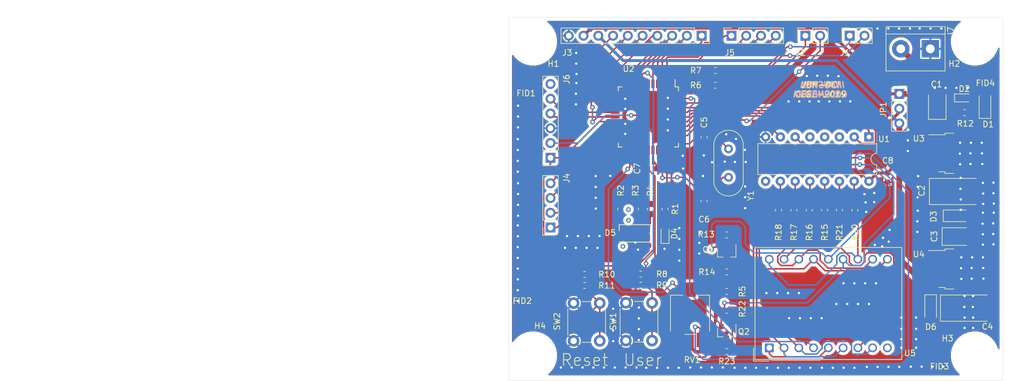
<source format=kicad_pcb>
(kicad_pcb (version 20171130) (host pcbnew "(5.1.2)-1")
  (title_block (title "Kit Development for MCU PIC") (date 2019-06-11) (rev 1.3) (company "Autor: Julian Bustamante Narvaez") (comment 1 "Rev : JAcobo Salvador") (comment 2 "DCI-CESE 7cohorte UBA"))
  (layers (0 F.Cu signal) (31 B.Cu signal) (34 B.Paste user) (35 F.Paste user) (36 B.SilkS user) (37 F.SilkS user hide) (38 B.Mask user) (39 F.Mask user) (44 Edge.Cuts user))
  (net 0 "")
  (net 1 GND)
  (net 2 "Net-(C1-Pad1)")
  (net 3 +5V)
  (net 4 +3V3)
  (net 5 "Net-(C5-Pad2)")
  (net 6 "Net-(C6-Pad2)")
  (net 7 VDD)
  (net 8 /9V0)
  (net 9 "Net-(D2-Pad2)")
  (net 10 "Net-(D4-Pad2)")
  (net 11 "Net-(D5-Pad2)")
  (net 12 "Net-(D5-Pad4)")
  (net 13 "Net-(D5-Pad3)")
  (net 14 /SCL)
  (net 15 /SDA)
  (net 16 /RB1)
  (net 17 /RB2)
  (net 18 /RB3)
  (net 19 /RB4)
  (net 20 /RB5)
  (net 21 /RB6)
  (net 22 /RB7)
  (net 23 /AN0)
  (net 24 /AN1)
  (net 25 /AN2)
  (net 26 /AN3)
  (net 27 /RD7)
  (net 28 /RD6)
  (net 29 /RD5)
  (net 30 /RD4)
  (net 31 /Display/DIG1_CA)
  (net 32 "Net-(Q1-Pad1)")
  (net 33 "Net-(Q2-Pad1)")
  (net 34 /Display/DIG2_CA)
  (net 35 /LED_OUT)
  (net 36 /LED_R)
  (net 37 /LED_G)
  (net 38 /LED_B)
  (net 39 "Net-(R5-Pad1)")
  (net 40 "Net-(R6-Pad1)")
  (net 41 "Net-(R7-Pad1)")
  (net 42 /Display/a)
  (net 43 "Net-(R15-Pad2)")
  (net 44 "Net-(R16-Pad2)")
  (net 45 /Display/b)
  (net 46 /Display/c)
  (net 47 "Net-(R17-Pad2)")
  (net 48 "Net-(R18-Pad2)")
  (net 49 /Display/d)
  (net 50 /Display/e)
  (net 51 "Net-(R19-Pad2)")
  (net 52 "Net-(R20-Pad2)")
  (net 53 /Display/f)
  (net 54 /Display/g)
  (net 55 "Net-(R21-Pad2)")
  (net 56 /POTENCIOMETRO)
  (net 57 "Net-(U1-Pad3)")
  (net 58 "Net-(U1-Pad4)")
  (net 59 "Net-(U1-Pad5)")
  (net 60 "Net-(U2-Pad12)")
  (net 61 "Net-(U2-Pad13)")
  (net 62 "Net-(U2-Pad23)")
  (net 63 "Net-(U2-Pad33)")
  (net 64 "Net-(U2-Pad34)")
  (net 65 /Display/DP1)
  (net 66 "Net-(U5-Pad9)")
  (net 67 /Microcontroller/TX)
  (net 68 /Microcontroller/RX)
  (net 69 /Microcontroller/MCLR_VPP)
  (net 70 "/Microcontroller/PGM(LVP)")
  (net 71 /Microcontroller/USER_BUTTON)
  (net 72 /Microcontroller/RD1)
  (net 73 /Microcontroller/RD2)
  (net 74 /Microcontroller/RD3)
  (net 75 /Microcontroller/RD0)
  (module TerminalBlock:TerminalBlock_bornier-2_P5.08mm (layer F.Cu) (at 179.5272 66.898 180)
    (fp_text reference J7 (at -3.505 2.952 90) (layer F.SilkS))
    (fp_text value Screw_Terminal_01x02)
    (pad 2 thru_hole circle (at 5.08 0 180) (size 3 3) (drill 1.52) (layers *.Cu *.Mask) (net 8 /9V0))
    (pad 1 thru_hole rect (at 0 0 180) (size 3 3) (drill 1.52) (layers *.Cu *.Mask) (net 1 GND))
  )
  (module Display_7Segment:DA56-11CGKWA (layer F.Cu) (at 151.827 118.335 90)
    (fp_text reference U5 (at -0.918 24.195 180) (layer F.SilkS))
    (fp_text value DA56-11GWA)
    (pad 1 thru_hole rect (at 0 0 90) (size 1.5 1.5) (drill 1) (layers *.Cu *.Mask) (net 50 /Display/e))
    (pad 2 thru_hole circle (at 0 2.54 90) (size 1.5 1.5) (drill 1) (layers *.Cu *.Mask) (net 49 /Display/d))
    (pad 3 thru_hole circle (at 0 5.08 90) (size 1.5 1.5) (drill 1) (layers *.Cu *.Mask) (net 46 /Display/c))
    (pad 4 thru_hole circle (at 0 7.62 90) (size 1.5 1.5) (drill 1) (layers *.Cu *.Mask) (net 65 /Display/DP1))
    (pad 5 thru_hole circle (at 0 10.16 90) (size 1.5 1.5) (drill 1) (layers *.Cu *.Mask) (net 50 /Display/e))
    (pad 6 thru_hole circle (at 0 12.7 90) (size 1.5 1.5) (drill 1) (layers *.Cu *.Mask) (net 49 /Display/d))
    (pad 7 thru_hole circle (at 0 15.24 90) (size 1.5 1.5) (drill 1) (layers *.Cu *.Mask) (net 54 /Display/g))
    (pad 8 thru_hole circle (at 0 17.78 90) (size 1.5 1.5) (drill 1) (layers *.Cu *.Mask) (net 46 /Display/c))
    (pad 9 thru_hole circle (at 0 20.32 90) (size 1.5 1.5) (drill 1) (layers *.Cu *.Mask) (net 66 "Net-(U5-Pad9)"))
    (pad 10 thru_hole circle (at 15.24 20.32 90) (size 1.5 1.5) (drill 1) (layers *.Cu *.Mask) (net 45 /Display/b))
    (pad 11 thru_hole circle (at 15.24 17.78 90) (size 1.5 1.5) (drill 1) (layers *.Cu *.Mask) (net 42 /Display/a))
    (pad 12 thru_hole circle (at 15.24 15.24 90) (size 1.5 1.5) (drill 1) (layers *.Cu *.Mask) (net 53 /Display/f))
    (pad 13 thru_hole circle (at 15.24 12.7 90) (size 1.5 1.5) (drill 1) (layers *.Cu *.Mask) (net 34 /Display/DIG2_CA))
    (pad 14 thru_hole circle (at 15.24 10.16 90) (size 1.5 1.5) (drill 1) (layers *.Cu *.Mask) (net 31 /Display/DIG1_CA))
    (pad 15 thru_hole circle (at 15.24 7.62 90) (size 1.5 1.5) (drill 1) (layers *.Cu *.Mask) (net 45 /Display/b))
    (pad 16 thru_hole circle (at 15.24 5.08 90) (size 1.5 1.5) (drill 1) (layers *.Cu *.Mask) (net 42 /Display/a))
    (pad 17 thru_hole circle (at 15.24 2.54 90) (size 1.5 1.5) (drill 1) (layers *.Cu *.Mask) (net 54 /Display/g))
    (pad 18 thru_hole circle (at 15.24 0 90) (size 1.5 1.5) (drill 1) (layers *.Cu *.Mask) (net 53 /Display/f))
  )
  (module Connector_PinSocket_2.54mm:PinSocket_1x10_P2.54mm_Vertical (layer F.Cu) (at 140.193 64.648 270)
    (fp_text reference J3 (at 2.916 23.114) (layer F.SilkS))
    (fp_text value Conn_01x10_Male)
    (pad 1 thru_hole rect (at 0 0 270) (size 1.7 1.7) (drill 1) (layers *.Cu *.Mask) (net 16 /RB1))
    (pad 2 thru_hole oval (at 0 2.54 270) (size 1.7 1.7) (drill 1) (layers *.Cu *.Mask) (net 17 /RB2))
    (pad 3 thru_hole oval (at 0 5.08 270) (size 1.7 1.7) (drill 1) (layers *.Cu *.Mask) (net 18 /RB3))
    (pad 4 thru_hole oval (at 0 7.62 270) (size 1.7 1.7) (drill 1) (layers *.Cu *.Mask) (net 19 /RB4))
    (pad 5 thru_hole oval (at 0 10.16 270) (size 1.7 1.7) (drill 1) (layers *.Cu *.Mask) (net 20 /RB5))
    (pad 6 thru_hole oval (at 0 12.7 270) (size 1.7 1.7) (drill 1) (layers *.Cu *.Mask) (net 21 /RB6))
    (pad 7 thru_hole oval (at 0 15.24 270) (size 1.7 1.7) (drill 1) (layers *.Cu *.Mask) (net 22 /RB7))
    (pad 8 thru_hole oval (at 0 17.78 270) (size 1.7 1.7) (drill 1) (layers *.Cu *.Mask) (net 4 +3V3))
    (pad 9 thru_hole oval (at 0 20.32 270) (size 1.7 1.7) (drill 1) (layers *.Cu *.Mask) (net 3 +5V))
    (pad 10 thru_hole oval (at 0 22.86 270) (size 1.7 1.7) (drill 1) (layers *.Cu *.Mask) (net 1 GND))
  )
  (module Capacitor_Tantalum_SMD:CP_EIA-3528-21_Kemet-B (layer F.Cu) (at 180.721 76.5675 90)
    (fp_text reference C1 (at 3.5675 -0.129 180) (layer F.SilkS))
    (fp_text value 1uF)
    (pad 2 smd roundrect (at 1.5375 0 90) (size 1.325 2.35) (layers F.Cu F.Paste F.Mask) (roundrect_rratio 0.188679) (net 1 GND))
    (pad 1 smd roundrect (at -1.5375 0 90) (size 1.325 2.35) (layers F.Cu F.Paste F.Mask) (roundrect_rratio 0.188679) (net 2 "Net-(C1-Pad1)"))
  )
  (module MountingHole:MountingHole_3.2mm_M3 (layer F.Cu) (at 111.193 65.648)
    (fp_text reference H1 (at 3.488 3.821) (layer F.SilkS))
    (fp_text value MountingHole)
    (pad "" np_thru_hole circle (at 0 0) (size 3.2 3.2) (drill 3.2) (layers *.Cu *.Mask))
  )
  (module Fiducial:Fiducial_1mm_Mask2mm (layer F.Cu) (at 189.1284 70.5104 90)
    (fp_text reference FID4 (at -2.286 -0.127 180) (layer F.SilkS))
    (fp_text value Fiducial)
    (pad "" smd circle (at 0 0 90) (size 1 1) (layers F.Cu F.Mask) (clearance 0.5))
  )
  (module Fiducial:Fiducial_1mm_Mask2mm (layer F.Cu) (at 181.229 119.507)
    (fp_text reference FID3 (at -0.127 2.032) (layer F.SilkS))
    (fp_text value Fiducial)
    (pad "" smd circle (at 0 0) (size 1 1) (layers F.Cu F.Mask) (clearance 0.5))
  )
  (module Fiducial:Fiducial_1mm_Mask2mm (layer F.Cu) (at 109.333999 112.268)
    (fp_text reference FID2 (at 0 -2) (layer F.SilkS))
    (fp_text value Fiducial)
    (pad "" smd circle (at 0 0) (size 1 1) (layers F.Cu F.Mask) (clearance 0.5))
  )
  (module Fiducial:Fiducial_1mm_Mask2mm (layer F.Cu) (at 109.333999 72.136)
    (fp_text reference FID1 (at 0.648001 2.413) (layer F.SilkS))
    (fp_text value Fiducial)
    (pad "" smd circle (at 0 0) (size 1 1) (layers F.Cu F.Mask) (clearance 0.5))
  )
  (module MountingHole:MountingHole_3.2mm_M3 (layer F.Cu) (at 111.193 119.648)
    (fp_text reference H4 (at 1.202 -5.094) (layer F.SilkS))
    (fp_text value MountingHole)
    (pad 1 np_thru_hole circle (at 0 0) (size 3.2 3.2) (drill 3.2) (layers *.Cu *.Mask))
  )
  (module MountingHole:MountingHole_3.2mm_M3 (layer F.Cu) (at 187.193 119.648)
    (fp_text reference H3 (at -4.694 -2.935) (layer F.SilkS))
    (fp_text value MountingHole)
    (pad 1 np_thru_hole circle (at 0 0) (size 3.2 3.2) (drill 3.2) (layers *.Cu *.Mask))
  )
  (module MountingHole:MountingHole_3.2mm_M3 (layer F.Cu) (at 187.193 65.648)
    (fp_text reference H2 (at -3.551 3.821 180) (layer F.SilkS))
    (fp_text value MountingHole)
    (pad 1 np_thru_hole circle (at 0 0) (size 3.2 3.2) (drill 3.2) (layers *.Cu *.Mask))
  )
  (module Potentiometer_SMD:Potentiometer_ACP_CA6-VSMD_Vertical (layer F.Cu) (at 138.193 112.648 90)
    (fp_text reference RV1 (at -7.748 0.364) (layer F.SilkS))
    (fp_text value 10K)
    (pad 1 smd rect (at -4.325 2.15 90) (size 2.5 2) (layers F.Cu F.Paste F.Mask) (net 7 VDD))
    (pad 2 smd rect (at 4.325 0 90) (size 2.5 2) (layers F.Cu F.Paste F.Mask) (net 56 /POTENCIOMETRO))
    (pad 3 smd rect (at -4.325 -2.15 90) (size 2.5 2) (layers F.Cu F.Paste F.Mask) (net 39 "Net-(R5-Pad1)"))
  )
  (module Capacitor_Tantalum_SMD:CP_EIA-7343-20_Kemet-V (layer F.Cu) (at 183.769 91.44)
    (fp_text reference C2 (at -5.715 -0.127 90) (layer F.SilkS))
    (fp_text value 22uF)
    (pad 2 smd roundrect (at 3.1125 0) (size 2.075 2.55) (layers F.Cu F.Paste F.Mask) (roundrect_rratio 0.120482) (net 1 GND))
    (pad 1 smd roundrect (at -3.1125 0) (size 2.075 2.55) (layers F.Cu F.Paste F.Mask) (roundrect_rratio 0.120482) (net 3 +5V))
  )
  (module Capacitor_Tantalum_SMD:CP_EIA-3528-21_Kemet-B (layer F.Cu) (at 184.023 99.187)
    (fp_text reference C3 (at -3.81 0 270) (layer F.SilkS))
    (fp_text value 1uF)
    (pad 1 smd roundrect (at -1.5375 0) (size 1.325 2.35) (layers F.Cu F.Paste F.Mask) (roundrect_rratio 0.188679) (net 3 +5V))
    (pad 2 smd roundrect (at 1.5375 0) (size 1.325 2.35) (layers F.Cu F.Paste F.Mask) (roundrect_rratio 0.188679) (net 1 GND))
  )
  (module Capacitor_Tantalum_SMD:CP_EIA-7343-20_Kemet-V (layer F.Cu) (at 185.674 111.506)
    (fp_text reference C4 (at 3.683 3.175) (layer F.SilkS))
    (fp_text value 10uF)
    (pad 1 smd roundrect (at -3.1125 0) (size 2.075 2.55) (layers F.Cu F.Paste F.Mask) (roundrect_rratio 0.120482) (net 4 +3V3))
    (pad 2 smd roundrect (at 3.1125 0) (size 2.075 2.55) (layers F.Cu F.Paste F.Mask) (roundrect_rratio 0.120482) (net 1 GND))
  )
  (module Capacitor_SMD:C_0603_1608Metric (layer F.Cu) (at 140.6144 82.0928 90)
    (fp_text reference C5 (at 2.54 0 270) (layer F.SilkS))
    (fp_text value 22pF)
    (pad 1 smd roundrect (at -0.7875 0 90) (size 0.875 0.95) (layers F.Cu F.Paste F.Mask) (net 1 GND))
    (pad 2 smd roundrect (at 0.7875 0 90) (size 0.875 0.95) (layers F.Cu F.Paste F.Mask) (net 5 "Net-(C5-Pad2)"))
  )
  (module Capacitor_SMD:C_0603_1608Metric (layer F.Cu) (at 140.6144 93.0656 90)
    (fp_text reference C6 (at -3.175 0 180) (layer F.SilkS))
    (fp_text value 22pF)
    (pad 2 smd roundrect (at 0.7875 0 90) (size 0.875 0.95) (layers F.Cu F.Paste F.Mask) (net 6 "Net-(C6-Pad2)"))
    (pad 1 smd roundrect (at -0.7875 0 90) (size 0.875 0.95) (layers F.Cu F.Paste F.Mask) (net 1 GND))
  )
  (module Capacitor_SMD:C_0603_1608Metric (layer F.Cu) (at 131.657 87.506 180)
    (fp_text reference C7 (at 2.54 0 270) (layer F.SilkS))
    (fp_text value 0.1uF)
    (pad 2 smd roundrect (at 0.7875 0 180) (size 0.875 0.95) (layers F.Cu F.Paste F.Mask) (net 7 VDD))
    (pad 1 smd roundrect (at -0.7875 0 180) (size 0.875 0.95) (layers F.Cu F.Paste F.Mask) (net 1 GND))
  )
  (module Capacitor_SMD:C_0603_1608Metric (layer F.Cu) (at 172.147 89.045 90)
    (fp_text reference C8 (at 2.903 0.062 180) (layer F.SilkS))
    (fp_text value 0.1uF)
    (pad 1 smd roundrect (at -0.7875 0 90) (size 0.875 0.95) (layers F.Cu F.Paste F.Mask) (net 1 GND))
    (pad 2 smd roundrect (at 0.7875 0 90) (size 0.875 0.95) (layers F.Cu F.Paste F.Mask) (net 7 VDD))
  )
  (module Diode_SMD:D_SOD-123 (layer F.Cu) (at 188.933 76.615 90)
    (fp_text reference D1 (at -3.268 0.551) (layer F.SilkS))
    (fp_text value 1n4148)
    (pad 1 smd rect (at -1.65 0 90) (size 0.9 1.2) (layers F.Cu F.Paste F.Mask) (net 2 "Net-(C1-Pad1)"))
    (pad 2 smd rect (at 1.65 0 90) (size 0.9 1.2) (layers F.Cu F.Paste F.Mask) (net 8 /9V0))
  )
  (module LED_SMD:LED_0603_1608Metric_Castellated (layer F.Cu) (at 185.378 75.345)
    (fp_text reference D2 (at 0 -1.558) (layer F.SilkS))
    (fp_text value LED)
    (pad 1 smd roundrect (at -0.8125 0) (size 1.225 0.85) (layers F.Cu F.Paste F.Mask) (net 1 GND))
    (pad 2 smd roundrect (at 0.8125 0) (size 1.225 0.85) (layers F.Cu F.Paste F.Mask) (net 9 "Net-(D2-Pad2)"))
  )
  (module Diode_SMD:D_SOD-123 (layer F.Cu) (at 184.0005 95.631)
    (fp_text reference D3 (at -3.9145 0.127 90) (layer F.SilkS))
    (fp_text value D_TVS_DESD5V0S1BA-7DITR-ND)
    (pad 1 smd rect (at -1.65 0) (size 0.9 1.2) (layers F.Cu F.Paste F.Mask) (net 3 +5V))
    (pad 2 smd rect (at 1.65 0) (size 0.9 1.2) (layers F.Cu F.Paste F.Mask) (net 1 GND))
  )
  (module LED_SMD:LED_0603_1608Metric_Castellated (layer F.Cu) (at 133.896 98.6855 90)
    (fp_text reference D4 (at 0.0065 1.613 90) (layer F.SilkS))
    (fp_text value LED)
    (pad 2 smd roundrect (at 0.8125 0 90) (size 1.225 0.85) (layers F.Cu F.Paste F.Mask) (net 10 "Net-(D4-Pad2)"))
    (pad 1 smd roundrect (at -0.8125 0 90) (size 1.225 0.85) (layers F.Cu F.Paste F.Mask) (net 1 GND))
  )
  (module LED_SMD:LED_RGB_1210 (layer F.Cu) (at 128.816 98.6555)
    (fp_text reference D5 (at -4.356 -0.1035 180) (layer F.SilkS))
    (fp_text value LED_CRGB)
    (pad 1 smd rect (at -1.75 -0.7 180) (size 1.5 1) (layers F.Cu F.Paste F.Mask) (net 1 GND))
    (pad 2 smd rect (at -1.75 0.7 180) (size 1.5 1) (layers F.Cu F.Paste F.Mask) (net 11 "Net-(D5-Pad2)"))
    (pad 4 smd rect (at 1.75 -0.7 180) (size 1.5 1) (layers F.Cu F.Paste F.Mask) (net 12 "Net-(D5-Pad4)"))
    (pad 3 smd rect (at 1.75 0.7 180) (size 1.5 1) (layers F.Cu F.Paste F.Mask) (net 13 "Net-(D5-Pad3)"))
  )
  (module Diode_SMD:D_SOD-123 (layer F.Cu) (at 179.578 111.456 270)
    (fp_text reference D6 (at 3.268 -0.043 180) (layer F.SilkS))
    (fp_text value D_TVS_3V3)
    (pad 2 smd rect (at 1.65 0 270) (size 0.9 1.2) (layers F.Cu F.Paste F.Mask) (net 1 GND))
    (pad 1 smd rect (at -1.65 0 270) (size 0.9 1.2) (layers F.Cu F.Paste F.Mask) (net 4 +3V3))
  )
  (module Connector_PinSocket_2.54mm:PinSocket_1x02_P2.54mm_Vertical (layer F.Cu) (at 165.6605 64.648 90)
    (fp_text reference J1 (at -2.916 -0.8145) (layer F.SilkS))
    (fp_text value Conn_01x02_Male)
    (pad 2 thru_hole oval (at 0 2.54 90) (size 1.7 1.7) (drill 1) (layers *.Cu *.Mask) (net 67 /Microcontroller/TX))
    (pad 1 thru_hole rect (at 0 0 90) (size 1.7 1.7) (drill 1) (layers *.Cu *.Mask) (net 68 /Microcontroller/RX))
  )
  (module Connector_PinSocket_2.54mm:PinSocket_1x02_P2.54mm_Vertical (layer F.Cu) (at 158.038 64.648 90)
    (fp_text reference J2 (at -2.916 -0.812) (layer F.SilkS))
    (fp_text value Conn_01x02_Male)
    (pad 1 thru_hole rect (at 0 0 90) (size 1.7 1.7) (drill 1) (layers *.Cu *.Mask) (net 14 /SCL))
    (pad 2 thru_hole oval (at 0 2.54 90) (size 1.7 1.7) (drill 1) (layers *.Cu *.Mask) (net 15 /SDA))
  )
  (module Connector_PinSocket_2.54mm:PinSocket_1x04_P2.54mm_Vertical (layer F.Cu) (at 114.193 97.648 180)
    (fp_text reference J4 (at -2.774 8.494 90) (layer F.SilkS))
    (fp_text value Conn_01x04_Male)
    (pad 4 thru_hole oval (at 0 7.62 180) (size 1.7 1.7) (drill 1) (layers *.Cu *.Mask) (net 23 /AN0))
    (pad 3 thru_hole oval (at 0 5.08 180) (size 1.7 1.7) (drill 1) (layers *.Cu *.Mask) (net 24 /AN1))
    (pad 2 thru_hole oval (at 0 2.54 180) (size 1.7 1.7) (drill 1) (layers *.Cu *.Mask) (net 25 /AN2))
    (pad 1 thru_hole rect (at 0 0 180) (size 1.7 1.7) (drill 1) (layers *.Cu *.Mask) (net 26 /AN3))
  )
  (module Connector_PinSocket_2.54mm:PinSocket_1x04_P2.54mm_Vertical (layer F.Cu) (at 145.3155 64.648 90)
    (fp_text reference J5 (at -2.916 -0.2815) (layer F.SilkS))
    (fp_text value Conn_01x04_Male)
    (pad 1 thru_hole rect (at 0 0 90) (size 1.7 1.7) (drill 1) (layers *.Cu *.Mask) (net 27 /RD7))
    (pad 2 thru_hole oval (at 0 2.54 90) (size 1.7 1.7) (drill 1) (layers *.Cu *.Mask) (net 28 /RD6))
    (pad 3 thru_hole oval (at 0 5.08 90) (size 1.7 1.7) (drill 1) (layers *.Cu *.Mask) (net 29 /RD5))
    (pad 4 thru_hole oval (at 0 7.62 90) (size 1.7 1.7) (drill 1) (layers *.Cu *.Mask) (net 30 /RD4))
  )
  (module Connector_PinSocket_2.54mm:PinSocket_1x06_P2.54mm_Vertical (layer F.Cu) (at 114.193 85.648 180)
    (fp_text reference J6 (at -2.774 13.512 90) (layer F.SilkS))
    (fp_text value Conn_01x06_Male)
    (pad 1 thru_hole rect (at 0 0 180) (size 1.7 1.7) (drill 1) (layers *.Cu *.Mask) (net 69 /Microcontroller/MCLR_VPP))
    (pad 2 thru_hole oval (at 0 2.54 180) (size 1.7 1.7) (drill 1) (layers *.Cu *.Mask) (net 7 VDD))
    (pad 3 thru_hole oval (at 0 5.08 180) (size 1.7 1.7) (drill 1) (layers *.Cu *.Mask) (net 1 GND))
    (pad 4 thru_hole oval (at 0 7.62 180) (size 1.7 1.7) (drill 1) (layers *.Cu *.Mask) (net 22 /RB7))
    (pad 5 thru_hole oval (at 0 10.16 180) (size 1.7 1.7) (drill 1) (layers *.Cu *.Mask) (net 21 /RB6))
    (pad 6 thru_hole oval (at 0 12.7 180) (size 1.7 1.7) (drill 1) (layers *.Cu *.Mask) (net 70 "/Microcontroller/PGM(LVP)"))
  )
  (module Connector_PinSocket_2.54mm:PinSocket_1x03_P2.54mm_Vertical (layer F.Cu) (at 174.193 74.648)
    (fp_text reference JP1 (at -2.743 2.695 270) (layer F.SilkS))
    (fp_text value Jumper_NC_Dual)
    (pad 1 thru_hole rect (at 0 0) (size 1.7 1.7) (drill 1) (layers *.Cu *.Mask) (net 3 +5V))
    (pad 2 thru_hole oval (at 0 2.54) (size 1.7 1.7) (drill 1) (layers *.Cu *.Mask) (net 7 VDD))
    (pad 3 thru_hole oval (at 0 5.08) (size 1.7 1.7) (drill 1) (layers *.Cu *.Mask) (net 4 +3V3))
  )
  (module Package_TO_SOT_SMD:SOT-23 (layer F.Cu) (at 144.513 101.968 270)
    (fp_text reference Q1 (at -0.495 3.162 180) (layer F.SilkS))
    (fp_text value Q_NPN_BCE)
    (pad 3 smd rect (at 1 0 270) (size 0.9 0.8) (layers F.Cu F.Paste F.Mask) (net 1 GND))
    (pad 2 smd rect (at -1 0.95 270) (size 0.9 0.8) (layers F.Cu F.Paste F.Mask) (net 31 /Display/DIG1_CA))
    (pad 1 smd rect (at -1 -0.95 270) (size 0.9 0.8) (layers F.Cu F.Paste F.Mask) (net 32 "Net-(Q1-Pad1)"))
  )
  (module Package_TO_SOT_SMD:SOT-23 (layer F.Cu) (at 144.513 115.684 270)
    (fp_text reference Q2 (at -0.114 -2.934 180) (layer F.SilkS))
    (fp_text value Q_NPN_BCE)
    (pad 1 smd rect (at -1 -0.95 270) (size 0.9 0.8) (layers F.Cu F.Paste F.Mask) (net 33 "Net-(Q2-Pad1)"))
    (pad 2 smd rect (at -1 0.95 270) (size 0.9 0.8) (layers F.Cu F.Paste F.Mask) (net 34 /Display/DIG2_CA))
    (pad 3 smd rect (at 1 0 270) (size 0.9 0.8) (layers F.Cu F.Paste F.Mask) (net 1 GND))
  )
  (module Resistor_SMD:R_0603_1608Metric_Pad1.05x0.95mm_HandSolder (layer F.Cu) (at 133.896 94.458 270)
    (fp_text reference R1 (at 0 -1.74 90) (layer F.SilkS))
    (fp_text value 330)
    (pad 1 smd roundrect (at -0.875 0 270) (size 1.05 0.95) (layers F.Cu F.Paste F.Mask) (net 35 /LED_OUT))
    (pad 2 smd roundrect (at 0.875 0 270) (size 1.05 0.95) (layers F.Cu F.Paste F.Mask) (net 10 "Net-(D4-Pad2)"))
  )
  (module Resistor_SMD:R_0603_1608Metric_Pad1.05x0.95mm_HandSolder (layer F.Cu) (at 126.276 94.458 270)
    (fp_text reference R2 (at -3.175 0 90) (layer F.SilkS))
    (fp_text value 330)
    (pad 2 smd roundrect (at 0.875 0 270) (size 1.05 0.95) (layers F.Cu F.Paste F.Mask) (net 11 "Net-(D5-Pad2)"))
    (pad 1 smd roundrect (at -0.875 0 270) (size 1.05 0.95) (layers F.Cu F.Paste F.Mask) (net 36 /LED_R))
  )
  (module Resistor_SMD:R_0603_1608Metric_Pad1.05x0.95mm_HandSolder (layer F.Cu) (at 128.816 94.458 270)
    (fp_text reference R3 (at -3.175 0 90) (layer F.SilkS))
    (fp_text value 330)
    (pad 1 smd roundrect (at -0.875 0 270) (size 1.05 0.95) (layers F.Cu F.Paste F.Mask) (net 37 /LED_G))
    (pad 2 smd roundrect (at 0.875 0 270) (size 1.05 0.95) (layers F.Cu F.Paste F.Mask) (net 13 "Net-(D5-Pad3)"))
  )
  (module Resistor_SMD:R_0603_1608Metric_Pad1.05x0.95mm_HandSolder (layer F.Cu) (at 131.356 94.458 270)
    (fp_text reference R4 (at -3.175 0 90) (layer F.SilkS))
    (fp_text value 330)
    (pad 2 smd roundrect (at 0.875 0 270) (size 1.05 0.95) (layers F.Cu F.Paste F.Mask) (net 12 "Net-(D5-Pad4)"))
    (pad 1 smd roundrect (at -0.875 0 270) (size 1.05 0.95) (layers F.Cu F.Paste F.Mask) (net 38 /LED_B))
  )
  (module Resistor_SMD:R_0603_1608Metric_Pad1.05x0.95mm_HandSolder (layer F.Cu) (at 144.513 108.648)
    (fp_text reference R5 (at 2.68 0 90) (layer F.SilkS))
    (fp_text value 1K)
    (pad 1 smd roundrect (at -0.875 0) (size 1.05 0.95) (layers F.Cu F.Paste F.Mask) (net 39 "Net-(R5-Pad1)"))
    (pad 2 smd roundrect (at 0.875 0) (size 1.05 0.95) (layers F.Cu F.Paste F.Mask) (net 1 GND))
  )
  (module Resistor_SMD:R_0603_1608Metric_Pad1.05x0.95mm_HandSolder (layer F.Cu) (at 142.547 73.171)
    (fp_text reference R6 (at -3.354 0) (layer F.SilkS))
    (fp_text value 470)
    (pad 1 smd roundrect (at -0.875 0) (size 1.05 0.95) (layers F.Cu F.Paste F.Mask) (net 40 "Net-(R6-Pad1)"))
    (pad 2 smd roundrect (at 0.875 0) (size 1.05 0.95) (layers F.Cu F.Paste F.Mask) (net 67 /Microcontroller/TX))
  )
  (module Resistor_SMD:R_0603_1608Metric_Pad1.05x0.95mm_HandSolder (layer F.Cu) (at 142.547 70.631)
    (fp_text reference R7 (at -3.354 0) (layer F.SilkS))
    (fp_text value 470)
    (pad 2 smd roundrect (at 0.875 0) (size 1.05 0.95) (layers F.Cu F.Paste F.Mask) (net 68 /Microcontroller/RX))
    (pad 1 smd roundrect (at -0.875 0) (size 1.05 0.95) (layers F.Cu F.Paste F.Mask) (net 41 "Net-(R7-Pad1)"))
  )
  (module Resistor_SMD:R_0603_1608Metric_Pad1.05x0.95mm_HandSolder (layer F.Cu) (at 129.703 105.659)
    (fp_text reference R8 (at 3.651191 0 180) (layer F.SilkS))
    (fp_text value 10K)
    (pad 1 smd roundrect (at -0.875 0) (size 1.05 0.95) (layers F.Cu F.Paste F.Mask) (net 7 VDD))
    (pad 2 smd roundrect (at 0.875 0) (size 1.05 0.95) (layers F.Cu F.Paste F.Mask) (net 71 /Microcontroller/USER_BUTTON))
  )
  (module Resistor_SMD:R_0603_1608Metric_Pad1.05x0.95mm_HandSolder (layer F.Cu) (at 129.703 107.564 180)
    (fp_text reference R9 (at -3.651191 0) (layer F.SilkS))
    (fp_text value DNP-10K)
    (pad 1 smd roundrect (at -0.875 0 180) (size 1.05 0.95) (layers F.Cu F.Paste F.Mask) (net 71 /Microcontroller/USER_BUTTON))
    (pad 2 smd roundrect (at 0.875 0 180) (size 1.05 0.95) (layers F.Cu F.Paste F.Mask) (net 1 GND))
  )
  (module Resistor_SMD:R_0603_1608Metric_Pad1.05x0.95mm_HandSolder (layer F.Cu) (at 120.068 105.709)
    (fp_text reference R10 (at 3.81 0 180) (layer F.SilkS))
    (fp_text value 10K)
    (pad 2 smd roundrect (at 0.875 0) (size 1.05 0.95) (layers F.Cu F.Paste F.Mask) (net 69 /Microcontroller/MCLR_VPP))
    (pad 1 smd roundrect (at -0.875 0) (size 1.05 0.95) (layers F.Cu F.Paste F.Mask) (net 7 VDD))
  )
  (module Resistor_SMD:R_0603_1608Metric_Pad1.05x0.95mm_HandSolder (layer F.Cu) (at 120.068 107.614 180)
    (fp_text reference R11 (at -3.81 0 180) (layer F.SilkS))
    (fp_text value DNP-10K)
    (pad 2 smd roundrect (at 0.875 0 180) (size 1.05 0.95) (layers F.Cu F.Paste F.Mask) (net 1 GND))
    (pad 1 smd roundrect (at -0.875 0 180) (size 1.05 0.95) (layers F.Cu F.Paste F.Mask) (net 69 /Microcontroller/MCLR_VPP))
  )
  (module Resistor_SMD:R_0603_1608Metric_Pad1.05x0.95mm_HandSolder (layer F.Cu) (at 185.408 77.885)
    (fp_text reference R12 (at 0.139 1.871) (layer F.SilkS))
    (fp_text value 330)
    (pad 1 smd roundrect (at -0.875 0) (size 1.05 0.95) (layers F.Cu F.Paste F.Mask) (net 2 "Net-(C1-Pad1)"))
    (pad 2 smd roundrect (at 0.875 0) (size 1.05 0.95) (layers F.Cu F.Paste F.Mask) (net 9 "Net-(D2-Pad2)"))
  )
  (module Resistor_SMD:R_0603_1608Metric_Pad1.05x0.95mm_HandSolder (layer F.Cu) (at 144.513 98.92 180)
    (fp_text reference R13 (at 3.543 0.114 180) (layer F.SilkS))
    (fp_text value 1K)
    (pad 2 smd roundrect (at 0.875 0 180) (size 1.05 0.95) (layers F.Cu F.Paste F.Mask) (net 31 /Display/DIG1_CA))
    (pad 1 smd roundrect (at -0.875 0 180) (size 1.05 0.95) (layers F.Cu F.Paste F.Mask) (net 32 "Net-(Q1-Pad1)"))
  )
  (module Resistor_SMD:R_0603_1608Metric_Pad1.05x0.95mm_HandSolder (layer F.Cu) (at 144.513 105.27 180)
    (fp_text reference R14 (at 3.416 -0.013) (layer F.SilkS))
    (fp_text value 10K)
    (pad 2 smd roundrect (at 0.875 0 180) (size 1.05 0.95) (layers F.Cu F.Paste F.Mask) (net 1 GND))
    (pad 1 smd roundrect (at -0.875 0 180) (size 1.05 0.95) (layers F.Cu F.Paste F.Mask) (net 32 "Net-(Q1-Pad1)"))
  )
  (module Resistor_SMD:R_0603_1608Metric_Pad1.05x0.95mm_HandSolder (layer F.Cu) (at 161.352 94.665 90)
    (fp_text reference R15 (at -3.81 0 90) (layer F.SilkS))
    (fp_text value 330)
    (pad 1 smd roundrect (at -0.875 0 90) (size 1.05 0.95) (layers F.Cu F.Paste F.Mask) (net 42 /Display/a))
    (pad 2 smd roundrect (at 0.875 0 90) (size 1.05 0.95) (layers F.Cu F.Paste F.Mask) (net 43 "Net-(R15-Pad2)"))
  )
  (module Resistor_SMD:R_0603_1608Metric_Pad1.05x0.95mm_HandSolder (layer F.Cu) (at 158.706167 94.665 90)
    (fp_text reference R16 (at -3.81 0 90) (layer F.SilkS))
    (fp_text value 330)
    (pad 2 smd roundrect (at 0.875 0 90) (size 1.05 0.95) (layers F.Cu F.Paste F.Mask) (net 44 "Net-(R16-Pad2)"))
    (pad 1 smd roundrect (at -0.875 0 90) (size 1.05 0.95) (layers F.Cu F.Paste F.Mask) (net 45 /Display/b))
  )
  (module Resistor_SMD:R_0603_1608Metric_Pad1.05x0.95mm_HandSolder (layer F.Cu) (at 156.060334 94.665 90)
    (fp_text reference R17 (at -3.81 0 90) (layer F.SilkS))
    (fp_text value 330)
    (pad 1 smd roundrect (at -0.875 0 90) (size 1.05 0.95) (layers F.Cu F.Paste F.Mask) (net 46 /Display/c))
    (pad 2 smd roundrect (at 0.875 0 90) (size 1.05 0.95) (layers F.Cu F.Paste F.Mask) (net 47 "Net-(R17-Pad2)"))
  )
  (module Resistor_SMD:R_0603_1608Metric_Pad1.05x0.95mm_HandSolder (layer F.Cu) (at 153.414501 94.665 90)
    (fp_text reference R18 (at -3.81 0 90) (layer F.SilkS))
    (fp_text value 330)
    (pad 2 smd roundrect (at 0.875 0 90) (size 1.05 0.95) (layers F.Cu F.Paste F.Mask) (net 48 "Net-(R18-Pad2)"))
    (pad 1 smd roundrect (at -0.875 0 90) (size 1.05 0.95) (layers F.Cu F.Paste F.Mask) (net 49 /Display/d))
  )
  (module Resistor_SMD:R_0603_1608Metric_Pad1.05x0.95mm_HandSolder (layer F.Cu) (at 166.537835 94.665 90)
    (fp_text reference R20 (at -3.81 0 90) (layer F.SilkS))
    (fp_text value 330)
    (pad 2 smd roundrect (at 0.875 0 90) (size 1.05 0.95) (layers F.Cu F.Paste F.Mask) (net 52 "Net-(R20-Pad2)"))
    (pad 1 smd roundrect (at -0.875 0 90) (size 1.05 0.95) (layers F.Cu F.Paste F.Mask) (net 53 /Display/f))
  )
  (module Resistor_SMD:R_0603_1608Metric_Pad1.05x0.95mm_HandSolder (layer F.Cu) (at 163.892 94.665 90)
    (fp_text reference R21 (at -3.81 0 90) (layer F.SilkS))
    (fp_text value 330)
    (pad 1 smd roundrect (at -0.875 0 90) (size 1.05 0.95) (layers F.Cu F.Paste F.Mask) (net 54 /Display/g))
    (pad 2 smd roundrect (at 0.875 0 90) (size 1.05 0.95) (layers F.Cu F.Paste F.Mask) (net 55 "Net-(R21-Pad2)"))
  )
  (module Resistor_SMD:R_0603_1608Metric_Pad1.05x0.95mm_HandSolder (layer F.Cu) (at 144.513 111.874 180)
    (fp_text reference R22 (at -2.68 0.226 270) (layer F.SilkS))
    (fp_text value 1K)
    (pad 2 smd roundrect (at 0.875 0 180) (size 1.05 0.95) (layers F.Cu F.Paste F.Mask) (net 34 /Display/DIG2_CA))
    (pad 1 smd roundrect (at -0.875 0 180) (size 1.05 0.95) (layers F.Cu F.Paste F.Mask) (net 33 "Net-(Q2-Pad1)"))
  )
  (module Resistor_SMD:R_0603_1608Metric_Pad1.05x0.95mm_HandSolder (layer F.Cu) (at 144.513 118.986 180)
    (fp_text reference R23 (at -0.013 -1.664) (layer F.SilkS))
    (fp_text value 10K)
    (pad 1 smd roundrect (at -0.875 0 180) (size 1.05 0.95) (layers F.Cu F.Paste F.Mask) (net 33 "Net-(Q2-Pad1)"))
    (pad 2 smd roundrect (at 0.875 0 180) (size 1.05 0.95) (layers F.Cu F.Paste F.Mask) (net 1 GND))
  )
  (module Button_Switch_THT:SW_PUSH_6mm_H5mm (layer F.Cu) (at 127.163 117.089 90)
    (fp_text reference SW1 (at 3.297 -2.195 90) (layer F.SilkS))
    (fp_text value SW_Push)
    (pad 1 thru_hole circle (at 6.5 0 180) (size 2 2) (drill 1.1) (layers *.Cu *.Mask) (net 1 GND))
    (pad 2 thru_hole circle (at 6.5 4.5 180) (size 2 2) (drill 1.1) (layers *.Cu *.Mask) (net 71 /Microcontroller/USER_BUTTON))
    (pad 1 thru_hole circle (at 0 0 180) (size 2 2) (drill 1.1) (layers *.Cu *.Mask) (net 1 GND))
    (pad 2 thru_hole circle (at 0 4.5 180) (size 2 2) (drill 1.1) (layers *.Cu *.Mask) (net 71 /Microcontroller/USER_BUTTON))
  )
  (module Button_Switch_THT:SW_PUSH_6mm_H5mm (layer F.Cu) (at 118.163 117.139 90)
    (fp_text reference SW2 (at 3.347 -2.847 90) (layer F.SilkS))
    (fp_text value SW_Push)
    (pad 2 thru_hole circle (at 0 4.5 180) (size 2 2) (drill 1.1) (layers *.Cu *.Mask) (net 69 /Microcontroller/MCLR_VPP))
    (pad 1 thru_hole circle (at 0 0 180) (size 2 2) (drill 1.1) (layers *.Cu *.Mask) (net 1 GND))
    (pad 2 thru_hole circle (at 6.5 4.5 180) (size 2 2) (drill 1.1) (layers *.Cu *.Mask) (net 69 /Microcontroller/MCLR_VPP))
    (pad 1 thru_hole circle (at 6.5 0 180) (size 2 2) (drill 1.1) (layers *.Cu *.Mask) (net 1 GND))
  )
  (module Package_DIP:DIP-16_W7.62mm (layer F.Cu) (at 168.972 82.06 270)
    (fp_text reference U1 (at 0.363 -2.605) (layer F.SilkS))
    (fp_text value 74LS47)
    (pad 1 thru_hole rect (at 0 0 270) (size 1.6 1.6) (drill 0.8) (layers *.Cu *.Mask) (net 72 /Microcontroller/RD1))
    (pad 9 thru_hole oval (at 7.62 17.78 270) (size 1.6 1.6) (drill 0.8) (layers *.Cu *.Mask) (net 51 "Net-(R19-Pad2)"))
    (pad 2 thru_hole oval (at 0 2.54 270) (size 1.6 1.6) (drill 0.8) (layers *.Cu *.Mask) (net 73 /Microcontroller/RD2))
    (pad 10 thru_hole oval (at 7.62 15.24 270) (size 1.6 1.6) (drill 0.8) (layers *.Cu *.Mask) (net 48 "Net-(R18-Pad2)"))
    (pad 3 thru_hole oval (at 0 5.08 270) (size 1.6 1.6) (drill 0.8) (layers *.Cu *.Mask) (net 57 "Net-(U1-Pad3)"))
    (pad 11 thru_hole oval (at 7.62 12.7 270) (size 1.6 1.6) (drill 0.8) (layers *.Cu *.Mask) (net 47 "Net-(R17-Pad2)"))
    (pad 4 thru_hole oval (at 0 7.62 270) (size 1.6 1.6) (drill 0.8) (layers *.Cu *.Mask) (net 58 "Net-(U1-Pad4)"))
    (pad 12 thru_hole oval (at 7.62 10.16 270) (size 1.6 1.6) (drill 0.8) (layers *.Cu *.Mask) (net 44 "Net-(R16-Pad2)"))
    (pad 5 thru_hole oval (at 0 10.16 270) (size 1.6 1.6) (drill 0.8) (layers *.Cu *.Mask) (net 59 "Net-(U1-Pad5)"))
    (pad 13 thru_hole oval (at 7.62 7.62 270) (size 1.6 1.6) (drill 0.8) (layers *.Cu *.Mask) (net 43 "Net-(R15-Pad2)"))
    (pad 6 thru_hole oval (at 0 12.7 270) (size 1.6 1.6) (drill 0.8) (layers *.Cu *.Mask) (net 74 /Microcontroller/RD3))
    (pad 14 thru_hole oval (at 7.62 5.08 270) (size 1.6 1.6) (drill 0.8) (layers *.Cu *.Mask) (net 55 "Net-(R21-Pad2)"))
    (pad 7 thru_hole oval (at 0 15.24 270) (size 1.6 1.6) (drill 0.8) (layers *.Cu *.Mask) (net 75 /Microcontroller/RD0))
    (pad 15 thru_hole oval (at 7.62 2.54 270) (size 1.6 1.6) (drill 0.8) (layers *.Cu *.Mask) (net 52 "Net-(R20-Pad2)"))
    (pad 8 thru_hole oval (at 0 17.78 270) (size 1.6 1.6) (drill 0.8) (layers *.Cu *.Mask) (net 1 GND))
    (pad 16 thru_hole oval (at 7.62 0 270) (size 1.6 1.6) (drill 0.8) (layers *.Cu *.Mask) (net 7 VDD))
  )
  (module Package_QFP:TQFP-44_10x10mm_P0.8mm (layer F.Cu) (at 131.022 78.616 270)
    (fp_text reference U2 (at -8.258 3.387 180) (layer F.SilkS))
    (fp_text value PIC16F1939-IPT)
    (pad 1 smd rect (at -5.7 -4 270) (size 1.5 0.55) (layers F.Cu F.Paste F.Mask) (net 41 "Net-(R7-Pad1)"))
    (pad 2 smd rect (at -5.7 -3.2 270) (size 1.5 0.55) (layers F.Cu F.Paste F.Mask) (net 30 /RD4))
    (pad 3 smd rect (at -5.7 -2.4 270) (size 1.5 0.55) (layers F.Cu F.Paste F.Mask) (net 29 /RD5))
    (pad 4 smd rect (at -5.7 -1.6 270) (size 1.5 0.55) (layers F.Cu F.Paste F.Mask) (net 28 /RD6))
    (pad 5 smd rect (at -5.7 -0.8 270) (size 1.5 0.55) (layers F.Cu F.Paste F.Mask) (net 27 /RD7))
    (pad 6 smd rect (at -5.7 0 270) (size 1.5 0.55) (layers F.Cu F.Paste F.Mask) (net 1 GND))
    (pad 7 smd rect (at -5.7 0.8 270) (size 1.5 0.55) (layers F.Cu F.Paste F.Mask) (net 7 VDD))
    (pad 8 smd rect (at -5.7 1.6 270) (size 1.5 0.55) (layers F.Cu F.Paste F.Mask) (net 71 /Microcontroller/USER_BUTTON))
    (pad 9 smd rect (at -5.7 2.4 270) (size 1.5 0.55) (layers F.Cu F.Paste F.Mask) (net 16 /RB1))
    (pad 10 smd rect (at -5.7 3.2 270) (size 1.5 0.55) (layers F.Cu F.Paste F.Mask) (net 17 /RB2))
    (pad 11 smd rect (at -5.7 4 270) (size 1.5 0.55) (layers F.Cu F.Paste F.Mask) (net 18 /RB3))
    (pad 12 smd rect (at -4 5.7) (size 1.5 0.55) (layers F.Cu F.Paste F.Mask) (net 60 "Net-(U2-Pad12)"))
    (pad 13 smd rect (at -3.2 5.7) (size 1.5 0.55) (layers F.Cu F.Paste F.Mask) (net 61 "Net-(U2-Pad13)"))
    (pad 14 smd rect (at -2.4 5.7) (size 1.5 0.55) (layers F.Cu F.Paste F.Mask) (net 19 /RB4))
    (pad 15 smd rect (at -1.6 5.7) (size 1.5 0.55) (layers F.Cu F.Paste F.Mask) (net 20 /RB5))
    (pad 16 smd rect (at -0.8 5.7) (size 1.5 0.55) (layers F.Cu F.Paste F.Mask) (net 21 /RB6))
    (pad 17 smd rect (at 0 5.7) (size 1.5 0.55) (layers F.Cu F.Paste F.Mask) (net 22 /RB7))
    (pad 18 smd rect (at 0.8 5.7) (size 1.5 0.55) (layers F.Cu F.Paste F.Mask) (net 69 /Microcontroller/MCLR_VPP))
    (pad 19 smd rect (at 1.6 5.7) (size 1.5 0.55) (layers F.Cu F.Paste F.Mask) (net 23 /AN0))
    (pad 20 smd rect (at 2.4 5.7) (size 1.5 0.55) (layers F.Cu F.Paste F.Mask) (net 24 /AN1))
    (pad 21 smd rect (at 3.2 5.7) (size 1.5 0.55) (layers F.Cu F.Paste F.Mask) (net 25 /AN2))
    (pad 22 smd rect (at 4 5.7) (size 1.5 0.55) (layers F.Cu F.Paste F.Mask) (net 26 /AN3))
    (pad 23 smd rect (at 5.7 4 270) (size 1.5 0.55) (layers F.Cu F.Paste F.Mask) (net 62 "Net-(U2-Pad23)"))
    (pad 24 smd rect (at 5.7 3.2 270) (size 1.5 0.55) (layers F.Cu F.Paste F.Mask) (net 56 /POTENCIOMETRO))
    (pad 25 smd rect (at 5.7 2.4 270) (size 1.5 0.55) (layers F.Cu F.Paste F.Mask) (net 36 /LED_R))
    (pad 26 smd rect (at 5.7 1.6 270) (size 1.5 0.55) (layers F.Cu F.Paste F.Mask) (net 37 /LED_G))
    (pad 27 smd rect (at 5.7 0.8 270) (size 1.5 0.55) (layers F.Cu F.Paste F.Mask) (net 38 /LED_B))
    (pad 28 smd rect (at 5.7 0 270) (size 1.5 0.55) (layers F.Cu F.Paste F.Mask) (net 7 VDD))
    (pad 29 smd rect (at 5.7 -0.8 270) (size 1.5 0.55) (layers F.Cu F.Paste F.Mask) (net 1 GND))
    (pad 30 smd rect (at 5.7 -1.6 270) (size 1.5 0.55) (layers F.Cu F.Paste F.Mask) (net 6 "Net-(C6-Pad2)"))
    (pad 31 smd rect (at 5.7 -2.4 270) (size 1.5 0.55) (layers F.Cu F.Paste F.Mask) (net 5 "Net-(C5-Pad2)"))
    (pad 32 smd rect (at 5.7 -3.2 270) (size 1.5 0.55) (layers F.Cu F.Paste F.Mask) (net 35 /LED_OUT))
    (pad 33 smd rect (at 5.7 -4 270) (size 1.5 0.55) (layers F.Cu F.Paste F.Mask) (net 63 "Net-(U2-Pad33)"))
    (pad 34 smd rect (at 4 -5.7) (size 1.5 0.55) (layers F.Cu F.Paste F.Mask) (net 64 "Net-(U2-Pad34)"))
    (pad 35 smd rect (at 3.2 -5.7) (size 1.5 0.55) (layers F.Cu F.Paste F.Mask) (net 31 /Display/DIG1_CA))
    (pad 36 smd rect (at 2.4 -5.7) (size 1.5 0.55) (layers F.Cu F.Paste F.Mask) (net 34 /Display/DIG2_CA))
    (pad 37 smd rect (at 1.6 -5.7) (size 1.5 0.55) (layers F.Cu F.Paste F.Mask) (net 15 /SDA))
    (pad 38 smd rect (at 0.8 -5.7) (size 1.5 0.55) (layers F.Cu F.Paste F.Mask) (net 75 /Microcontroller/RD0))
    (pad 39 smd rect (at 0 -5.7) (size 1.5 0.55) (layers F.Cu F.Paste F.Mask) (net 72 /Microcontroller/RD1))
    (pad 40 smd rect (at -0.8 -5.7) (size 1.5 0.55) (layers F.Cu F.Paste F.Mask) (net 73 /Microcontroller/RD2))
    (pad 41 smd rect (at -1.6 -5.7) (size 1.5 0.55) (layers F.Cu F.Paste F.Mask) (net 74 /Microcontroller/RD3))
    (pad 42 smd rect (at -2.4 -5.7) (size 1.5 0.55) (layers F.Cu F.Paste F.Mask) (net 14 /SCL))
    (pad 43 smd rect (at -3.2 -5.7) (size 1.5 0.55) (layers F.Cu F.Paste F.Mask) (net 65 /Display/DP1))
    (pad 44 smd rect (at -4 -5.7) (size 1.5 0.55) (layers F.Cu F.Paste F.Mask) (net 40 "Net-(R6-Pad1)"))
  )
  (module Package_TO_SOT_SMD:TO-252-2 (layer F.Cu) (at 184.533 84.87)
    (fp_text reference U3 (at -6.985 -2.54) (layer F.SilkS))
    (fp_text value "MC7805_TO252-3(DPACK)")
    (pad 1 smd rect (at -4.2 -2.28) (size 2.2 1.2) (layers F.Cu F.Paste F.Mask) (net 2 "Net-(C1-Pad1)"))
    (pad 3 smd rect (at -4.2 2.28) (size 2.2 1.2) (layers F.Cu F.Paste F.Mask) (net 3 +5V))
    (pad 2 smd rect (at 2.1 0) (size 6.4 5.8) (layers F.Cu F.Mask) (net 1 GND))
  )
  (module Package_TO_SOT_SMD:TO-252-2 (layer F.Cu) (at 184.533 104.775)
    (fp_text reference U4 (at -6.985 -2.54) (layer F.SilkS))
    (fp_text value TLV2217_TO252-3)
    (pad 2 smd rect (at 2.1 0) (size 6.4 5.8) (layers F.Cu F.Mask) (net 1 GND))
    (pad 3 smd rect (at -4.2 2.28) (size 2.2 1.2) (layers F.Cu F.Paste F.Mask) (net 4 +3V3))
    (pad 1 smd rect (at -4.2 -2.28) (size 2.2 1.2) (layers F.Cu F.Paste F.Mask) (net 3 +5V))
  )
  (module Crystal:Crystal_HC18-U_Vertical (layer F.Cu) (at 144.817 89.0035 90)
    (fp_text reference Y1 (at -3.175 3.81 90) (layer F.SilkS))
    (fp_text value Crystal)
    (pad 1 thru_hole circle (at 0 0 90) (size 1.5 1.5) (drill 0.8) (layers *.Cu *.Mask) (net 6 "Net-(C6-Pad2)"))
    (pad 2 thru_hole circle (at 4.9 0 90) (size 1.5 1.5) (drill 0.8) (layers *.Cu *.Mask) (net 5 "Net-(C5-Pad2)"))
  )
  (gr_text "INDUSTRIA \nCOLOMBIANA" (at 160.6296 73.914) (layer B.SilkS) (effects (font (size 1 1) (thickness 0.25) italic) (justify mirror)))
  (gr_line (start 107 124) (end 107 122.46) (layer Edge.Cuts) (width 0.05))
  (gr_line (start 192 124) (end 107 124) (layer Edge.Cuts) (width 0.05))
  (gr_line (start 192 61.5) (end 192 124) (layer Edge.Cuts) (width 0.05))
  (gr_line (start 107 61.5) (end 192 61.5) (layer Edge.Cuts) (width 0.05))
  (gr_text "JBN-DCI\nCESE-2019" (at 160.6296 73.914) (layer F.SilkS) (effects (font (size 1 1) (thickness 0.25) italic)))
  (gr_text User (at 130.066 120.428) (layer F.SilkS) (effects (font (size 2 2))))
  (gr_text Reset (at 120.066 120.428) (layer F.SilkS) (effects (font (size 2 2))))
  (gr_line (start 107 61.5) (end 107 122.46) (layer Edge.Cuts) (width 0.05))
  (via (at 127.6096 94.5388) (size 0.8) (drill 0.4) (layers F.Cu B.Cu) (net 0))
  (via (at 127.6096 96.401468) (size 0.8) (drill 0.4) (layers F.Cu B.Cu) (net 0))
  (via (at 126.6444 100.8888) (size 0.8) (drill 0.4) (layers F.Cu B.Cu) (net 0))
  (via (at 121.5644 121.7168) (size 0.8) (drill 0.4) (layers F.Cu B.Cu) (net 1))
  (via (at 117.839066 121.7168) (size 0.8) (drill 0.4) (layers F.Cu B.Cu) (net 1))
  (via (at 119.701732 121.7168) (size 0.8) (drill 0.4) (layers F.Cu B.Cu) (net 1))
  (via (at 115.9764 121.7168) (size 0.8) (drill 0.4) (layers F.Cu B.Cu) (net 1))
  (via (at 128.9812 121.7168) (size 0.8) (drill 0.4) (layers F.Cu B.Cu) (net 1))
  (via (at 125.255866 121.7168) (size 0.8) (drill 0.4) (layers F.Cu B.Cu) (net 1))
  (via (at 127.118532 121.7168) (size 0.8) (drill 0.4) (layers F.Cu B.Cu) (net 1))
  (via (at 123.3932 121.7168) (size 0.8) (drill 0.4) (layers F.Cu B.Cu) (net 1))
  (via (at 136.2456 121.7676) (size 0.8) (drill 0.4) (layers F.Cu B.Cu) (net 1))
  (via (at 132.520266 121.7676) (size 0.8) (drill 0.4) (layers F.Cu B.Cu) (net 1))
  (via (at 134.382932 121.7676) (size 0.8) (drill 0.4) (layers F.Cu B.Cu) (net 1))
  (via (at 130.6576 121.7676) (size 0.8) (drill 0.4) (layers F.Cu B.Cu) (net 1))
  (via (at 143.8148 121.7168) (size 0.8) (drill 0.4) (layers F.Cu B.Cu) (net 1))
  (via (at 140.089466 121.7168) (size 0.8) (drill 0.4) (layers F.Cu B.Cu) (net 1))
  (via (at 141.952132 121.7168) (size 0.8) (drill 0.4) (layers F.Cu B.Cu) (net 1))
  (via (at 138.2268 121.7168) (size 0.8) (drill 0.4) (layers F.Cu B.Cu) (net 1))
  (via (at 151.4348 121.7676) (size 0.8) (drill 0.4) (layers F.Cu B.Cu) (net 1))
  (via (at 147.709466 121.7676) (size 0.8) (drill 0.4) (layers F.Cu B.Cu) (net 1))
  (via (at 149.572132 121.7676) (size 0.8) (drill 0.4) (layers F.Cu B.Cu) (net 1))
  (via (at 145.8468 121.7676) (size 0.8) (drill 0.4) (layers F.Cu B.Cu) (net 1))
  (via (at 158.9024 121.7676) (size 0.8) (drill 0.4) (layers F.Cu B.Cu) (net 1))
  (via (at 155.177066 121.7676) (size 0.8) (drill 0.4) (layers F.Cu B.Cu) (net 1))
  (via (at 157.039732 121.7676) (size 0.8) (drill 0.4) (layers F.Cu B.Cu) (net 1))
  (via (at 153.3144 121.7676) (size 0.8) (drill 0.4) (layers F.Cu B.Cu) (net 1))
  (via (at 166.4716 121.7676) (size 0.8) (drill 0.4) (layers F.Cu B.Cu) (net 1))
  (via (at 162.746266 121.7676) (size 0.8) (drill 0.4) (layers F.Cu B.Cu) (net 1))
  (via (at 164.608932 121.7676) (size 0.8) (drill 0.4) (layers F.Cu B.Cu) (net 1))
  (via (at 160.8836 121.7676) (size 0.8) (drill 0.4) (layers F.Cu B.Cu) (net 1))
  (via (at 174.1932 121.6152) (size 0.8) (drill 0.4) (layers F.Cu B.Cu) (net 1))
  (via (at 170.467866 121.6152) (size 0.8) (drill 0.4) (layers F.Cu B.Cu) (net 1))
  (via (at 172.330532 121.6152) (size 0.8) (drill 0.4) (layers F.Cu B.Cu) (net 1))
  (via (at 168.6052 121.6152) (size 0.8) (drill 0.4) (layers F.Cu B.Cu) (net 1))
  (via (at 181.7624 121.5644) (size 0.8) (drill 0.4) (layers F.Cu B.Cu) (net 1))
  (via (at 178.037066 121.5644) (size 0.8) (drill 0.4) (layers F.Cu B.Cu) (net 1))
  (via (at 179.899732 121.5644) (size 0.8) (drill 0.4) (layers F.Cu B.Cu) (net 1))
  (via (at 176.1744 121.5644) (size 0.8) (drill 0.4) (layers F.Cu B.Cu) (net 1))
  (via (at 160.8328 113.2332) (size 0.8) (drill 0.4) (layers F.Cu B.Cu) (net 1))
  (via (at 157.107466 113.2332) (size 0.8) (drill 0.4) (layers F.Cu B.Cu) (net 1))
  (via (at 158.970132 113.2332) (size 0.8) (drill 0.4) (layers F.Cu B.Cu) (net 1))
  (via (at 155.2448 113.2332) (size 0.8) (drill 0.4) (layers F.Cu B.Cu) (net 1))
  (via (at 168.9608 110.7948) (size 0.8) (drill 0.4) (layers F.Cu B.Cu) (net 1))
  (via (at 165.235466 110.7948) (size 0.8) (drill 0.4) (layers F.Cu B.Cu) (net 1))
  (via (at 167.098132 110.7948) (size 0.8) (drill 0.4) (layers F.Cu B.Cu) (net 1))
  (via (at 163.3728 110.7948) (size 0.8) (drill 0.4) (layers F.Cu B.Cu) (net 1))
  (via (at 170.18 107.2388) (size 0.8) (drill 0.4) (layers F.Cu B.Cu) (net 1))
  (via (at 166.454666 107.2388) (size 0.8) (drill 0.4) (layers F.Cu B.Cu) (net 1))
  (via (at 168.317332 107.2388) (size 0.8) (drill 0.4) (layers F.Cu B.Cu) (net 1))
  (via (at 164.592 107.2388) (size 0.8) (drill 0.4) (layers F.Cu B.Cu) (net 1))
  (via (at 156.9212 108.9152) (size 0.8) (drill 0.4) (layers F.Cu B.Cu) (net 1))
  (via (at 153.195866 108.9152) (size 0.8) (drill 0.4) (layers F.Cu B.Cu) (net 1))
  (via (at 155.058532 108.9152) (size 0.8) (drill 0.4) (layers F.Cu B.Cu) (net 1))
  (via (at 151.3332 108.9152) (size 0.8) (drill 0.4) (layers F.Cu B.Cu) (net 1))
  (via (at 147.7772 86.36) (size 0.8) (drill 0.4) (layers F.Cu B.Cu) (net 1))
  (via (at 144.1704 86.3092) (size 0.8) (drill 0.4) (layers F.Cu B.Cu) (net 1))
  (via (at 145.914532 86.36) (size 0.8) (drill 0.4) (layers F.Cu B.Cu) (net 1))
  (via (at 141.986 86.4108) (size 0.8) (drill 0.4) (layers F.Cu B.Cu) (net 1))
  (via (at 134.366 75.3364) (size 0.8) (drill 0.4) (layers F.Cu B.Cu) (net 1))
  (via (at 134.366 79.061734) (size 0.8) (drill 0.4) (layers F.Cu B.Cu) (net 1))
  (via (at 134.366 77.199068) (size 0.8) (drill 0.4) (layers F.Cu B.Cu) (net 1))
  (via (at 134.366 80.9244) (size 0.8) (drill 0.4) (layers F.Cu B.Cu) (net 1))
  (via (at 127.0508 75.4888) (size 0.8) (drill 0.4) (layers F.Cu B.Cu) (net 1))
  (via (at 127.0508 79.8068) (size 0.8) (drill 0.4) (layers F.Cu B.Cu) (net 1))
  (via (at 127.0508 77.216) (size 0.8) (drill 0.4) (layers F.Cu B.Cu) (net 1))
  (via (at 127.0508 81.534) (size 0.8) (drill 0.4) (layers F.Cu B.Cu) (net 1))
  (via (at 108.5596 86.173734) (size 0.8) (drill 0.4) (layers F.Cu B.Cu) (net 1))
  (via (at 108.6104 80.4164) (size 0.8) (drill 0.4) (layers F.Cu B.Cu) (net 1))
  (via (at 108.6104 78.553734) (size 0.8) (drill 0.4) (layers F.Cu B.Cu) (net 1))
  (via (at 108.6104 76.691068) (size 0.8) (drill 0.4) (layers F.Cu B.Cu) (net 1))
  (via (at 108.5596 104.6988) (size 0.8) (drill 0.4) (layers F.Cu B.Cu) (net 1))
  (via (at 108.5596 97.282) (size 0.8) (drill 0.4) (layers F.Cu B.Cu) (net 1))
  (via (at 108.5596 99.144668) (size 0.8) (drill 0.4) (layers F.Cu B.Cu) (net 1))
  (via (at 108.6104 90.0176) (size 0.8) (drill 0.4) (layers F.Cu B.Cu) (net 1))
  (via (at 108.5596 82.4484) (size 0.8) (drill 0.4) (layers F.Cu B.Cu) (net 1))
  (via (at 108.5596 101.007334) (size 0.8) (drill 0.4) (layers F.Cu B.Cu) (net 1))
  (via (at 108.5596 108.424134) (size 0.8) (drill 0.4) (layers F.Cu B.Cu) (net 1))
  (via (at 108.5596 102.87) (size 0.8) (drill 0.4) (layers F.Cu B.Cu) (net 1))
  (via (at 108.6104 91.880268) (size 0.8) (drill 0.4) (layers F.Cu B.Cu) (net 1))
  (via (at 108.5596 84.311068) (size 0.8) (drill 0.4) (layers F.Cu B.Cu) (net 1))
  (via (at 108.5596 106.561468) (size 0.8) (drill 0.4) (layers F.Cu B.Cu) (net 1))
  (via (at 108.6104 95.6056) (size 0.8) (drill 0.4) (layers F.Cu B.Cu) (net 1))
  (via (at 108.5596 88.0364) (size 0.8) (drill 0.4) (layers F.Cu B.Cu) (net 1))
  (via (at 108.5596 110.2868) (size 0.8) (drill 0.4) (layers F.Cu B.Cu) (net 1))
  (via (at 108.6104 93.742934) (size 0.8) (drill 0.4) (layers F.Cu B.Cu) (net 1))
  (via (at 121.9708 88.7984) (size 0.8) (drill 0.4) (layers F.Cu B.Cu) (net 1))
  (via (at 121.9708 92.523734) (size 0.8) (drill 0.4) (layers F.Cu B.Cu) (net 1))
  (via (at 121.9708 90.661068) (size 0.8) (drill 0.4) (layers F.Cu B.Cu) (net 1))
  (via (at 121.9708 94.3864) (size 0.8) (drill 0.4) (layers F.Cu B.Cu) (net 1))
  (via (at 124.46 88.7476) (size 0.8) (drill 0.4) (layers F.Cu B.Cu) (net 1))
  (via (at 122.6312 99.1108) (size 0.8) (drill 0.4) (layers F.Cu B.Cu) (net 1))
  (via (at 118.905866 99.1108) (size 0.8) (drill 0.4) (layers F.Cu B.Cu) (net 1))
  (via (at 120.768532 99.1108) (size 0.8) (drill 0.4) (layers F.Cu B.Cu) (net 1))
  (via (at 117.0432 99.1108) (size 0.8) (drill 0.4) (layers F.Cu B.Cu) (net 1))
  (via (at 122.2756 101.1428) (size 0.8) (drill 0.4) (layers F.Cu B.Cu) (net 1))
  (via (at 118.550266 101.1428) (size 0.8) (drill 0.4) (layers F.Cu B.Cu) (net 1))
  (via (at 120.412932 101.1428) (size 0.8) (drill 0.4) (layers F.Cu B.Cu) (net 1))
  (via (at 116.6876 101.1428) (size 0.8) (drill 0.4) (layers F.Cu B.Cu) (net 1))
  (via (at 129.3876 111.4044) (size 0.8) (drill 0.4) (layers F.Cu B.Cu) (net 1))
  (via (at 129.3876 115.129734) (size 0.8) (drill 0.4) (layers F.Cu B.Cu) (net 1))
  (via (at 129.3876 113.267068) (size 0.8) (drill 0.4) (layers F.Cu B.Cu) (net 1))
  (via (at 129.3876 116.9924) (size 0.8) (drill 0.4) (layers F.Cu B.Cu) (net 1))
  (via (at 124.968 111.6076) (size 0.8) (drill 0.4) (layers F.Cu B.Cu) (net 1))
  (via (at 124.968 115.332934) (size 0.8) (drill 0.4) (layers F.Cu B.Cu) (net 1))
  (via (at 124.968 113.470268) (size 0.8) (drill 0.4) (layers F.Cu B.Cu) (net 1))
  (via (at 124.968 117.1956) (size 0.8) (drill 0.4) (layers F.Cu B.Cu) (net 1))
  (via (at 170.434 63.3984) (size 0.8) (drill 0.4) (layers F.Cu B.Cu) (net 1))
  (via (at 174.159334 63.3984) (size 0.8) (drill 0.4) (layers F.Cu B.Cu) (net 1))
  (via (at 172.296668 63.3984) (size 0.8) (drill 0.4) (layers F.Cu B.Cu) (net 1))
  (via (at 176.022 63.3984) (size 0.8) (drill 0.4) (layers F.Cu B.Cu) (net 1))
  (via (at 179.561066 63.3984) (size 0.8) (drill 0.4) (layers F.Cu B.Cu) (net 1))
  (via (at 181.423732 63.3984) (size 0.8) (drill 0.4) (layers F.Cu B.Cu) (net 1))
  (via (at 177.6984 63.3984) (size 0.8) (drill 0.4) (layers F.Cu B.Cu) (net 1))
  (via (at 147.6756 92.439066) (size 0.8) (drill 0.4) (layers F.Cu B.Cu) (net 1))
  (via (at 147.6756 94.301732) (size 0.8) (drill 0.4) (layers F.Cu B.Cu) (net 1))
  (via (at 147.6756 90.5764) (size 0.8) (drill 0.4) (layers F.Cu B.Cu) (net 1))
  (via (at 136.3472 97.7392) (size 0.8) (drill 0.4) (layers F.Cu B.Cu) (net 1))
  (via (at 136.3472 101.464534) (size 0.8) (drill 0.4) (layers F.Cu B.Cu) (net 1))
  (via (at 136.3472 99.601868) (size 0.8) (drill 0.4) (layers F.Cu B.Cu) (net 1))
  (via (at 136.3472 103.3272) (size 0.8) (drill 0.4) (layers F.Cu B.Cu) (net 1))
  (via (at 128.778 100.2284) (size 0.8) (drill 0.4) (layers F.Cu B.Cu) (net 1))
  (via (at 174.5488 115.062) (size 0.8) (drill 0.4) (layers F.Cu B.Cu) (net 1))
  (via (at 177.0888 113.1316) (size 0.8) (drill 0.4) (layers F.Cu B.Cu) (net 1))
  (via (at 177.0888 115.062) (size 0.8) (drill 0.4) (layers F.Cu B.Cu) (net 1))
  (via (at 174.5488 113.1316) (size 0.8) (drill 0.4) (layers F.Cu B.Cu) (net 1))
  (via (at 174.5488 118.3132) (size 0.8) (drill 0.4) (layers F.Cu B.Cu) (net 1))
  (via (at 177.0888 116.84) (size 0.8) (drill 0.4) (layers F.Cu B.Cu) (net 1))
  (via (at 177.0888 118.3132) (size 0.8) (drill 0.4) (layers F.Cu B.Cu) (net 1))
  (via (at 174.5488 116.84) (size 0.8) (drill 0.4) (layers F.Cu B.Cu) (net 1))
  (via (at 185.8772 73.6092) (size 0.8) (drill 0.4) (layers F.Cu B.Cu) (net 1))
  (via (at 182.151866 73.6092) (size 0.8) (drill 0.4) (layers F.Cu B.Cu) (net 1))
  (via (at 184.014532 73.6092) (size 0.8) (drill 0.4) (layers F.Cu B.Cu) (net 1))
  (via (at 180.2892 73.6092) (size 0.8) (drill 0.4) (layers F.Cu B.Cu) (net 1))
  (via (at 158.2928 71.5772) (size 0.8) (drill 0.4) (layers F.Cu B.Cu) (net 1))
  (via (at 160.0708 71.5264) (size 0.8) (drill 0.4) (layers F.Cu B.Cu) (net 1))
  (via (at 163.7284 71.611066) (size 0.8) (drill 0.4) (layers F.Cu B.Cu) (net 1))
  (via (at 161.8996 71.5264) (size 0.8) (drill 0.4) (layers F.Cu B.Cu) (net 1))
  (via (at 165.7604 75.946) (size 0.8) (drill 0.4) (layers F.Cu B.Cu) (net 1))
  (via (at 163.9824 75.946) (size 0.8) (drill 0.4) (layers F.Cu B.Cu) (net 1))
  (via (at 160.3248 75.946) (size 0.8) (drill 0.4) (layers F.Cu B.Cu) (net 1))
  (via (at 162.1536 75.946) (size 0.8) (drill 0.4) (layers F.Cu B.Cu) (net 1))
  (via (at 155.1432 75.946) (size 0.8) (drill 0.4) (layers F.Cu B.Cu) (net 1))
  (via (at 156.972 75.946) (size 0.8) (drill 0.4) (layers F.Cu B.Cu) (net 1))
  (via (at 158.75 75.946) (size 0.8) (drill 0.4) (layers F.Cu B.Cu) (net 1))
  (via (at 118.5672 76.454) (size 0.8) (drill 0.4) (layers F.Cu B.Cu) (net 1))
  (via (at 118.651866 72.7964) (size 0.8) (drill 0.4) (layers F.Cu B.Cu) (net 1))
  (via (at 118.5672 74.6252) (size 0.8) (drill 0.4) (layers F.Cu B.Cu) (net 1))
  (via (at 118.618 67.6148) (size 0.8) (drill 0.4) (layers F.Cu B.Cu) (net 1))
  (via (at 118.618 69.4436) (size 0.8) (drill 0.4) (layers F.Cu B.Cu) (net 1))
  (via (at 118.6688 71.2216) (size 0.8) (drill 0.4) (layers F.Cu B.Cu) (net 1))
  (via (at 137 87.5) (size 0.8) (drill 0.4) (layers F.Cu B.Cu) (net 1))
  (via (at 140.4112 88.781466) (size 0.8) (drill 0.4) (layers F.Cu B.Cu) (net 1))
  (via (at 140.5636 85.2424) (size 0.8) (drill 0.4) (layers F.Cu B.Cu) (net 1))
  (via (at 136.9568 85.2932) (size 0.8) (drill 0.4) (layers F.Cu B.Cu) (net 1))
  (via (at 139.8016 102.108) (size 0.8) (drill 0.4) (layers F.Cu B.Cu) (net 1))
  (via (at 139.886266 98.4504) (size 0.8) (drill 0.4) (layers F.Cu B.Cu) (net 1))
  (via (at 139.8016 100.2792) (size 0.8) (drill 0.4) (layers F.Cu B.Cu) (net 1))
  (via (at 175.751066 80.8228) (size 0.8) (drill 0.4) (layers F.Cu B.Cu) (net 1))
  (via (at 177.292 98.3996) (size 0.8) (drill 0.4) (layers F.Cu B.Cu) (net 1))
  (via (at 175.6664 82.6516) (size 0.8) (drill 0.4) (layers F.Cu B.Cu) (net 1))
  (via (at 175.6664 84.4804) (size 0.8) (drill 0.4) (layers F.Cu B.Cu) (net 1))
  (via (at 177.292 96.5708) (size 0.8) (drill 0.4) (layers F.Cu B.Cu) (net 1))
  (via (at 177.3428 92.456) (size 0.8) (drill 0.4) (layers F.Cu B.Cu) (net 1))
  (via (at 177.427466 88.7984) (size 0.8) (drill 0.4) (layers F.Cu B.Cu) (net 1))
  (via (at 177.376666 94.742) (size 0.8) (drill 0.4) (layers F.Cu B.Cu) (net 1))
  (via (at 177.3428 90.6272) (size 0.8) (drill 0.4) (layers F.Cu B.Cu) (net 1))
  (via (at 190.3984 100.5332) (size 0.8) (drill 0.4) (layers F.Cu B.Cu) (net 1))
  (via (at 190.3476 98.7552) (size 0.8) (drill 0.4) (layers F.Cu B.Cu) (net 1))
  (via (at 188.5696 98.806) (size 0.8) (drill 0.4) (layers F.Cu B.Cu) (net 1))
  (via (at 188.5188 96.9772) (size 0.8) (drill 0.4) (layers F.Cu B.Cu) (net 1))
  (via (at 190.432266 95.0976) (size 0.8) (drill 0.4) (layers F.Cu B.Cu) (net 1))
  (via (at 190.3476 96.9264) (size 0.8) (drill 0.4) (layers F.Cu B.Cu) (net 1))
  (via (at 188.5696 100.584) (size 0.8) (drill 0.4) (layers F.Cu B.Cu) (net 1))
  (via (at 188.5696 95.0976) (size 0.8) (drill 0.4) (layers F.Cu B.Cu) (net 1))
  (via (at 190.4492 93.5228) (size 0.8) (drill 0.4) (layers F.Cu B.Cu) (net 1))
  (via (at 190.3984 91.7448) (size 0.8) (drill 0.4) (layers F.Cu B.Cu) (net 1))
  (via (at 188.6204 91.7956) (size 0.8) (drill 0.4) (layers F.Cu B.Cu) (net 1))
  (via (at 188.5696 89.9668) (size 0.8) (drill 0.4) (layers F.Cu B.Cu) (net 1))
  (via (at 190.3984 89.916) (size 0.8) (drill 0.4) (layers F.Cu B.Cu) (net 1))
  (via (at 188.6204 93.5736) (size 0.8) (drill 0.4) (layers F.Cu B.Cu) (net 1))
  (via (at 184.7596 92.8116) (size 0.8) (drill 0.4) (layers F.Cu B.Cu) (net 1))
  (via (at 184.7088 90.9828) (size 0.8) (drill 0.4) (layers F.Cu B.Cu) (net 1))
  (via (at 184.7596 94.5896) (size 0.8) (drill 0.4) (layers F.Cu B.Cu) (net 1))
  (via (at 184.7596 89.1032) (size 0.8) (drill 0.4) (layers F.Cu B.Cu) (net 1))
  (via (at 185.42 113.1316) (size 0.8) (drill 0.4) (layers F.Cu B.Cu) (net 1))
  (via (at 185.3692 111.3028) (size 0.8) (drill 0.4) (layers F.Cu B.Cu) (net 1))
  (via (at 185.42 114.9096) (size 0.8) (drill 0.4) (layers F.Cu B.Cu) (net 1))
  (via (at 185.42 109.4232) (size 0.8) (drill 0.4) (layers F.Cu B.Cu) (net 1))
  (via (at 186.8932 113.1316) (size 0.8) (drill 0.4) (layers F.Cu B.Cu) (net 1))
  (via (at 186.8424 111.3028) (size 0.8) (drill 0.4) (layers F.Cu B.Cu) (net 1))
  (via (at 186.8932 114.9096) (size 0.8) (drill 0.4) (layers F.Cu B.Cu) (net 1))
  (via (at 186.8932 109.4232) (size 0.8) (drill 0.4) (layers F.Cu B.Cu) (net 1))
  (via (at 186.6392 106.426) (size 0.8) (drill 0.4) (layers F.Cu B.Cu) (net 1))
  (via (at 188.6204 104.5972) (size 0.8) (drill 0.4) (layers F.Cu B.Cu) (net 1))
  (via (at 184.8612 106.4768) (size 0.8) (drill 0.4) (layers F.Cu B.Cu) (net 1))
  (via (at 184.8104 104.648) (size 0.8) (drill 0.4) (layers F.Cu B.Cu) (net 1))
  (via (at 188.6712 106.426) (size 0.8) (drill 0.4) (layers F.Cu B.Cu) (net 1))
  (via (at 186.723866 102.7684) (size 0.8) (drill 0.4) (layers F.Cu B.Cu) (net 1))
  (via (at 186.6392 104.5972) (size 0.8) (drill 0.4) (layers F.Cu B.Cu) (net 1))
  (via (at 188.586532 102.7684) (size 0.8) (drill 0.4) (layers F.Cu B.Cu) (net 1))
  (via (at 184.8612 102.7684) (size 0.8) (drill 0.4) (layers F.Cu B.Cu) (net 1))
  (via (at 186.436 86.7156) (size 0.8) (drill 0.4) (layers F.Cu B.Cu) (net 1))
  (via (at 188.4172 84.8868) (size 0.8) (drill 0.4) (layers F.Cu B.Cu) (net 1))
  (via (at 184.658 86.7664) (size 0.8) (drill 0.4) (layers F.Cu B.Cu) (net 1))
  (via (at 184.6072 84.9376) (size 0.8) (drill 0.4) (layers F.Cu B.Cu) (net 1))
  (via (at 188.468 86.7156) (size 0.8) (drill 0.4) (layers F.Cu B.Cu) (net 1))
  (via (at 186.520666 83.058) (size 0.8) (drill 0.4) (layers F.Cu B.Cu) (net 1))
  (via (at 186.436 84.8868) (size 0.8) (drill 0.4) (layers F.Cu B.Cu) (net 1))
  (via (at 188.383332 83.058) (size 0.8) (drill 0.4) (layers F.Cu B.Cu) (net 1))
  (via (at 184.658 83.058) (size 0.8) (drill 0.4) (layers F.Cu B.Cu) (net 1))
  (segment (start 131.022 72.916) (end 131.022 77.6136) (width 0.254) (layer F.Cu) (net 1))
  (segment (start 131.822 81.403) (end 131.822 84.316) (width 0.254) (layer F.Cu) (net 1))
  (segment (start 131.022 80.603) (end 131.822 81.403) (width 0.254) (layer F.Cu) (net 1))
  (segment (start 131.822 85.32) (end 131.822 84.316) (width 0.254) (layer F.Cu) (net 1))
  (segment (start 131.822 86.3085) (end 131.822 85.32) (width 0.254) (layer F.Cu) (net 1))
  (segment (start 132.4445 86.931) (end 131.822 86.3085) (width 0.254) (layer F.Cu) (net 1))
  (segment (start 132.4445 87.506) (end 132.4445 86.931) (width 0.254) (layer F.Cu) (net 1))
  (segment (start 119.193 109.609) (end 119.193 107.614) (width 0.254) (layer F.Cu) (net 1))
  (segment (start 118.163 110.639) (end 119.193 109.609) (width 0.254) (layer F.Cu) (net 1))
  (via (at 172.3644 100.076) (size 0.8) (drill 0.4) (layers F.Cu B.Cu) (net 1))
  (segment (start 131.022 77.6136) (end 131.022 80.603) (width 0.254) (layer F.Cu) (net 1))
  (segment (start 127.504602 97.9555) (end 129.2352 99.686098) (width 0.254) (layer F.Cu) (net 1))
  (segment (start 127.066 97.9555) (end 127.504602 97.9555) (width 0.254) (layer F.Cu) (net 1))
  (via (at 129.2352 101.4476) (size 0.8) (drill 0.4) (layers F.Cu B.Cu) (net 1))
  (segment (start 129.2352 99.686098) (end 129.2352 101.4476) (width 0.254) (layer F.Cu) (net 1))
  (segment (start 130.968461 104.549501) (end 133.8072 101.710762) (width 0.254) (layer B.Cu) (net 1))
  (segment (start 130.270539 104.549501) (end 130.968461 104.549501) (width 0.254) (layer B.Cu) (net 1))
  (segment (start 129.2352 101.4476) (end 129.2352 103.514162) (width 0.254) (layer B.Cu) (net 1))
  (segment (start 129.2352 103.514162) (end 130.270539 104.549501) (width 0.254) (layer B.Cu) (net 1))
  (via (at 133.8072 101.2952) (size 0.8) (drill 0.4) (layers F.Cu B.Cu) (net 1))
  (segment (start 133.8072 101.710762) (end 133.8072 101.2952) (width 0.254) (layer B.Cu) (net 1))
  (segment (start 133.8072 99.5868) (end 133.896 99.498) (width 0.254) (layer F.Cu) (net 1))
  (segment (start 133.8072 101.2952) (end 133.8072 99.5868) (width 0.254) (layer F.Cu) (net 1))
  (segment (start 185.6367 99.2632) (end 185.5605 99.187) (width 0.254) (layer F.Cu) (net 1))
  (segment (start 186.215866 99.842366) (end 185.5605 99.187) (width 1) (layer F.Cu) (net 1))
  (segment (start 186.215866 102.8192) (end 186.215866 99.842366) (width 1) (layer F.Cu) (net 1))
  (via (at 144.4244 81.5848) (size 0.8) (drill 0.4) (layers F.Cu B.Cu) (net 1))
  (via (at 146.1008 82.3976) (size 0.8) (drill 0.4) (layers F.Cu B.Cu) (net 1))
  (via (at 147.6248 84.2772) (size 0.8) (drill 0.4) (layers F.Cu B.Cu) (net 1))
  (via (at 172.5168 98.044) (size 0.8) (drill 0.4) (layers F.Cu B.Cu) (net 1))
  (via (at 169.9768 100.6348) (size 0.8) (drill 0.4) (layers F.Cu B.Cu) (net 1))
  (via (at 171.3992 99.4156) (size 0.8) (drill 0.4) (layers F.Cu B.Cu) (net 1))
  (via (at 171.2468 100.8888) (size 0.8) (drill 0.4) (layers F.Cu B.Cu) (net 1))
  (via (at 168.1988 91.8972) (size 0.8) (drill 0.4) (layers F.Cu B.Cu) (net 1))
  (via (at 169.8752 91.694) (size 0.8) (drill 0.4) (layers F.Cu B.Cu) (net 1))
  (via (at 168.402 93.3196) (size 0.8) (drill 0.4) (layers F.Cu B.Cu) (net 1))
  (via (at 169.8752 93.2688) (size 0.8) (drill 0.4) (layers F.Cu B.Cu) (net 1))
  (via (at 168.5036 94.9452) (size 0.8) (drill 0.4) (layers F.Cu B.Cu) (net 1))
  (segment (start 178.233 87.15) (end 177.292 86.209) (width 1) (layer F.Cu) (net 3))
  (segment (start 180.333 87.15) (end 178.233 87.15) (width 1) (layer F.Cu) (net 3))
  (segment (start 176.043 74.648) (end 174.193 74.648) (width 1) (layer F.Cu) (net 3))
  (segment (start 177.292 75.897) (end 176.043 74.648) (width 1) (layer F.Cu) (net 3))
  (segment (start 177.292 86.209) (end 177.292 75.897) (width 1) (layer F.Cu) (net 3))
  (segment (start 172.835 74.648) (end 174.193 74.648) (width 0.508) (layer F.Cu) (net 3))
  (segment (start 161.530999 63.343999) (end 172.835 74.648) (width 0.508) (layer F.Cu) (net 3))
  (segment (start 121.177001 63.343999) (end 161.530999 63.343999) (width 0.508) (layer F.Cu) (net 3))
  (segment (start 119.873 64.648) (end 121.177001 63.343999) (width 0.508) (layer F.Cu) (net 3))
  (segment (start 174.193 80.930081) (end 174.193 79.728) (width 1) (layer F.Cu) (net 4))
  (segment (start 174.193 103.015) (end 174.193 80.930081) (width 1) (layer F.Cu) (net 4))
  (segment (start 178.233 107.055) (end 174.193 103.015) (width 1) (layer F.Cu) (net 4))
  (segment (start 180.333 107.055) (end 178.233 107.055) (width 1) (layer F.Cu) (net 4))
  (segment (start 173.343001 78.878001) (end 174.193 79.728) (width 0.508) (layer B.Cu) (net 4))
  (segment (start 163.391001 68.926001) (end 173.343001 78.878001) (width 0.508) (layer B.Cu) (net 4))
  (segment (start 126.691001 68.926001) (end 163.391001 68.926001) (width 0.508) (layer B.Cu) (net 4))
  (segment (start 122.413 64.648) (end 126.691001 68.926001) (width 0.508) (layer B.Cu) (net 4))
  (segment (start 142.0188 81.3053) (end 140.6144 81.3053) (width 0.254) (layer F.Cu) (net 5))
  (segment (start 144.817 84.1035) (end 142.0188 81.3053) (width 0.254) (layer F.Cu) (net 5))
  (segment (start 133.422 83.312) (end 133.422 84.316) (width 0.254) (layer F.Cu) (net 5))
  (segment (start 133.495001 83.238999) (end 133.422 83.312) (width 0.254) (layer F.Cu) (net 5))
  (segment (start 138.105701 83.238999) (end 133.495001 83.238999) (width 0.254) (layer F.Cu) (net 5))
  (segment (start 140.0394 81.3053) (end 138.105701 83.238999) (width 0.254) (layer F.Cu) (net 5))
  (segment (start 140.6144 81.3053) (end 140.0394 81.3053) (width 0.254) (layer F.Cu) (net 5))
  (segment (start 133.4516 88.537515) (end 133.4516 89.1032) (width 0.254) (layer F.Cu) (net 6))
  (segment (start 133.4516 86.7156) (end 133.4516 88.537515) (width 0.254) (layer F.Cu) (net 6))
  (segment (start 132.622 85.886) (end 133.4516 86.7156) (width 0.254) (layer F.Cu) (net 6))
  (segment (start 132.622 84.316) (end 132.622 85.886) (width 0.254) (layer F.Cu) (net 6))
  (via (at 133.4516 89.1032) (size 0.8) (drill 0.4) (layers F.Cu B.Cu) (net 6))
  (via (at 136 89) (size 0.8) (drill 0.4) (layers F.Cu B.Cu) (net 6))
  (segment (start 133.4516 89.1032) (end 136.084038 89.1032) (width 0.254) (layer B.Cu) (net 6))
  (segment (start 140.1763 92.2781) (end 140.6144 92.2781) (width 0.254) (layer F.Cu) (net 6))
  (segment (start 137.3363 89) (end 139.3363 91) (width 0.254) (layer F.Cu) (net 6))
  (segment (start 136 89) (end 137.3363 89) (width 0.254) (layer F.Cu) (net 6))
  (segment (start 139.3363 91) (end 140.6144 92.2781) (width 0.254) (layer F.Cu) (net 6))
  (segment (start 143.889 89.0035) (end 144.817 89.0035) (width 0.254) (layer F.Cu) (net 6))
  (segment (start 140.6144 92.2781) (end 143.889 89.0035) (width 0.254) (layer F.Cu) (net 6))
  (segment (start 170.3945 88.2575) (end 168.972 89.68) (width 0.508) (layer F.Cu) (net 7))
  (segment (start 172.147 88.2575) (end 170.3945 88.2575) (width 0.508) (layer F.Cu) (net 7))
  (segment (start 131.022 87.3535) (end 130.8695 87.506) (width 0.254) (layer F.Cu) (net 7))
  (segment (start 131.022 84.316) (end 131.022 87.3535) (width 0.254) (layer F.Cu) (net 7))
  (segment (start 130.222 73.92) (end 130.222 72.916) (width 0.254) (layer F.Cu) (net 7))
  (segment (start 131.022 84.316) (end 131.022 81.245066) (width 0.254) (layer F.Cu) (net 7))
  (segment (start 119.193 105.134) (end 120.0854 104.2416) (width 0.254) (layer F.Cu) (net 7))
  (segment (start 119.193 105.709) (end 119.193 105.134) (width 0.254) (layer F.Cu) (net 7))
  (segment (start 128.828 104.538038) (end 128.828 105.084) (width 0.254) (layer F.Cu) (net 7))
  (segment (start 130.270539 103.095499) (end 128.828 104.538038) (width 0.254) (layer F.Cu) (net 7))
  (segment (start 128.531562 104.2416) (end 128.828 104.538038) (width 0.254) (layer F.Cu) (net 7))
  (segment (start 127.0508 104.2416) (end 127.4106 104.2416) (width 0.254) (layer F.Cu) (net 7))
  (segment (start 120.0854 104.2416) (end 127.0508 104.2416) (width 0.254) (layer F.Cu) (net 7))
  (segment (start 130.8695 87.506) (end 132.15801 88.79451) (width 0.254) (layer F.Cu) (net 7))
  (segment (start 129.892499 103.473539) (end 128.828 104.538038) (width 0.254) (layer F.Cu) (net 7))
  (segment (start 131.793248 101.57279) (end 128.828 104.538038) (width 0.254) (layer F.Cu) (net 7))
  (segment (start 132.15801 101.57279) (end 131.793248 101.57279) (width 0.254) (layer F.Cu) (net 7))
  (segment (start 140.343 114.10066) (end 140.343 116.973) (width 0.254) (layer F.Cu) (net 7))
  (segment (start 132.15801 105.91567) (end 140.343 114.10066) (width 0.254) (layer F.Cu) (net 7))
  (segment (start 132.15801 101.57279) (end 132.15801 105.91567) (width 0.254) (layer F.Cu) (net 7))
  (segment (start 131.85321 101.57279) (end 132.15801 101.26799) (width 0.254) (layer F.Cu) (net 7))
  (segment (start 131.793248 101.57279) (end 131.85321 101.57279) (width 0.254) (layer F.Cu) (net 7))
  (segment (start 132.15801 101.26799) (end 132.15801 101.57279) (width 0.254) (layer F.Cu) (net 7))
  (segment (start 132.15801 101.208028) (end 131.793248 101.57279) (width 0.254) (layer F.Cu) (net 7))
  (segment (start 132.15801 101.11921) (end 132.15801 101.208028) (width 0.254) (layer F.Cu) (net 7))
  (segment (start 132.15801 101.11921) (end 132.15801 101.26799) (width 0.254) (layer F.Cu) (net 7))
  (segment (start 132.15801 88.79451) (end 132.15801 101.11921) (width 0.254) (layer F.Cu) (net 7))
  (segment (start 127.0508 104.2416) (end 128.531562 104.2416) (width 0.254) (layer F.Cu) (net 7))
  (segment (start 128.828 105.084) (end 128.828 105.659) (width 0.254) (layer F.Cu) (net 7))
  (segment (start 140.343 115.469) (end 139.6312 114.7572) (width 0.254) (layer F.Cu) (net 7))
  (segment (start 140.343 116.973) (end 140.343 115.469) (width 0.254) (layer F.Cu) (net 7))
  (via (at 139.0904 114.7572) (size 0.8) (drill 0.4) (layers F.Cu B.Cu) (net 7))
  (segment (start 139.6312 114.7572) (end 139.0904 114.7572) (width 0.254) (layer F.Cu) (net 7))
  (segment (start 139.0904 114.7572) (end 139.0904 118.9736) (width 0.254) (layer B.Cu) (net 7))
  (segment (start 140.436821 120.320021) (end 174.065979 120.320021) (width 0.254) (layer B.Cu) (net 7))
  (segment (start 139.0904 118.9736) (end 140.436821 120.320021) (width 0.254) (layer B.Cu) (net 7))
  (segment (start 168.172001 88.880001) (end 168.972 89.68) (width 0.254) (layer B.Cu) (net 7))
  (segment (start 166.658999 87.366999) (end 168.172001 88.880001) (width 0.254) (layer B.Cu) (net 7))
  (segment (start 166.658999 85.350639) (end 166.658999 87.366999) (width 0.254) (layer B.Cu) (net 7))
  (segment (start 167.087839 84.921799) (end 166.658999 85.350639) (width 0.254) (layer B.Cu) (net 7))
  (segment (start 169.198999 84.921799) (end 167.087839 84.921799) (width 0.254) (layer B.Cu) (net 7))
  (via (at 128.0668 78.3336) (size 0.8) (drill 0.4) (layers F.Cu B.Cu) (net 7))
  (segment (start 131.022 81.245066) (end 130.323867 80.546933) (width 0.254) (layer F.Cu) (net 7))
  (segment (start 130.323867 80.546933) (end 130.222 80.445066) (width 0.254) (layer F.Cu) (net 7))
  (segment (start 128.9812 78.3336) (end 130.222 79.5744) (width 0.254) (layer F.Cu) (net 7))
  (segment (start 128.0668 78.3336) (end 128.9812 78.3336) (width 0.254) (layer F.Cu) (net 7))
  (segment (start 130.222 80.445066) (end 130.222 79.5744) (width 0.254) (layer F.Cu) (net 7))
  (segment (start 130.222 79.5744) (end 130.222 73.92) (width 0.254) (layer F.Cu) (net 7))
  (segment (start 123.698 78.3336) (end 128.0668 78.3336) (width 0.254) (layer B.Cu) (net 7))
  (segment (start 118.9236 83.108) (end 123.698 78.3336) (width 0.254) (layer B.Cu) (net 7))
  (segment (start 114.193 83.108) (end 118.9236 83.108) (width 0.254) (layer B.Cu) (net 7))
  (segment (start 174.193 77.798078) (end 172.7708 79.220278) (width 0.508) (layer F.Cu) (net 7))
  (segment (start 174.193 77.188) (end 174.193 77.798078) (width 0.508) (layer F.Cu) (net 7))
  (segment (start 172.7708 87.6337) (end 172.147 88.2575) (width 0.508) (layer F.Cu) (net 7))
  (segment (start 172.7708 79.220278) (end 172.7708 87.6337) (width 0.508) (layer F.Cu) (net 7))
  (segment (start 175.768 91.4908) (end 169.198999 84.921799) (width 0.254) (layer B.Cu) (net 7))
  (segment (start 174.065979 120.320021) (end 174.269179 120.320021) (width 0.254) (layer B.Cu) (net 7))
  (segment (start 175.768 118.8212) (end 174.269179 120.320021) (width 0.254) (layer B.Cu) (net 7))
  (segment (start 175.768 91.4908) (end 175.768 118.8212) (width 0.254) (layer B.Cu) (net 7))
  (segment (start 175.947199 68.397999) (end 174.4472 66.898) (width 1) (layer F.Cu) (net 8))
  (segment (start 179.559601 72.010401) (end 175.947199 68.397999) (width 1) (layer F.Cu) (net 8))
  (segment (start 187.428401 72.010401) (end 179.559601 72.010401) (width 1) (layer F.Cu) (net 8))
  (segment (start 188.933 73.515) (end 187.428401 72.010401) (width 1) (layer F.Cu) (net 8))
  (segment (start 188.933 74.965) (end 188.933 73.515) (width 1) (layer F.Cu) (net 8))
  (segment (start 186.283 75.4375) (end 186.1905 75.345) (width 0.254) (layer F.Cu) (net 9))
  (segment (start 186.283 77.885) (end 186.283 75.4375) (width 0.254) (layer F.Cu) (net 9))
  (segment (start 133.896 95.333) (end 133.896 97.873) (width 0.254) (layer F.Cu) (net 10))
  (segment (start 125.776928 95.832072) (end 126.276 95.333) (width 0.254) (layer F.Cu) (net 11))
  (segment (start 125.776928 99.070428) (end 125.776928 95.832072) (width 0.254) (layer F.Cu) (net 11))
  (segment (start 126.062 99.3555) (end 125.776928 99.070428) (width 0.254) (layer F.Cu) (net 11))
  (segment (start 127.066 99.3555) (end 126.062 99.3555) (width 0.254) (layer F.Cu) (net 11))
  (segment (start 131.356 97.1655) (end 130.566 97.9555) (width 0.254) (layer F.Cu) (net 12))
  (segment (start 131.356 95.333) (end 131.356 97.1655) (width 0.254) (layer F.Cu) (net 12))
  (segment (start 129.562 99.3555) (end 130.566 99.3555) (width 0.254) (layer F.Cu) (net 13))
  (segment (start 128.816 98.6095) (end 129.562 99.3555) (width 0.254) (layer F.Cu) (net 13))
  (segment (start 128.816 95.333) (end 128.816 98.6095) (width 0.254) (layer F.Cu) (net 13))
  (segment (start 137.726 76.216) (end 136.722 76.216) (width 0.254) (layer F.Cu) (net 14))
  (segment (start 148.316462 76.216) (end 137.726 76.216) (width 0.254) (layer F.Cu) (net 14))
  (segment (start 158.038 66.494462) (end 148.316462 76.216) (width 0.254) (layer F.Cu) (net 14))
  (segment (start 158.038 64.648) (end 158.038 66.494462) (width 0.254) (layer F.Cu) (net 14))
  (segment (start 160.578 64.648) (end 160.578 64.9232) (width 0.254) (layer F.Cu) (net 15))
  (segment (start 137.726 80.216) (end 138.7956 79.1464) (width 0.254) (layer F.Cu) (net 15))
  (segment (start 136.722 80.216) (end 137.726 80.216) (width 0.254) (layer F.Cu) (net 15))
  (via (at 147.9296 79.2988) (size 0.8) (drill 0.4) (layers F.Cu B.Cu) (net 15))
  (segment (start 138.7956 79.1464) (end 147.7772 79.1464) (width 0.254) (layer F.Cu) (net 15))
  (segment (start 147.7772 79.1464) (end 147.9296 79.2988) (width 0.254) (layer F.Cu) (net 15))
  (segment (start 148.495285 79.2988) (end 156.972 70.822085) (width 0.254) (layer B.Cu) (net 15))
  (segment (start 147.9296 79.2988) (end 148.495285 79.2988) (width 0.254) (layer B.Cu) (net 15))
  (via (at 156.972 70.822085) (size 0.8) (drill 0.4) (layers F.Cu B.Cu) (net 15))
  (segment (start 156.972 70.822085) (end 160.5788 67.215285) (width 0.254) (layer F.Cu) (net 15))
  (segment (start 160.578 67.214485) (end 160.578 64.648) (width 0.254) (layer F.Cu) (net 15))
  (segment (start 160.5788 67.215285) (end 160.578 67.214485) (width 0.254) (layer F.Cu) (net 15))
  (segment (start 133.669943 66.855989) (end 134.046057 66.855989) (width 0.254) (layer F.Cu) (net 16))
  (segment (start 134.065078 66.87501) (end 139.06999 66.87501) (width 0.254) (layer F.Cu) (net 16))
  (segment (start 139.06999 66.87501) (end 140.193 65.752) (width 0.254) (layer F.Cu) (net 16))
  (segment (start 134.046057 66.855989) (end 134.065078 66.87501) (width 0.254) (layer F.Cu) (net 16))
  (segment (start 128.622 71.903932) (end 133.669943 66.855989) (width 0.254) (layer F.Cu) (net 16))
  (segment (start 128.622 72.916) (end 128.622 71.903932) (width 0.254) (layer F.Cu) (net 16))
  (segment (start 140.193 65.752) (end 140.193 64.648) (width 0.254) (layer F.Cu) (net 16))
  (segment (start 127.822 71.904038) (end 127.822 71.912) (width 0.254) (layer F.Cu) (net 17))
  (segment (start 127.822 71.912) (end 127.822 72.916) (width 0.254) (layer F.Cu) (net 17))
  (segment (start 133.32406 66.401978) (end 127.822 71.904038) (width 0.254) (layer F.Cu) (net 17))
  (segment (start 135.899022 66.401978) (end 133.32406 66.401978) (width 0.254) (layer F.Cu) (net 17))
  (segment (start 137.653 64.648) (end 135.899022 66.401978) (width 0.254) (layer F.Cu) (net 17))
  (segment (start 127.022 71.912) (end 127.022 72.916) (width 0.254) (layer F.Cu) (net 18))
  (segment (start 133.108999 65.825001) (end 127.022 71.912) (width 0.254) (layer F.Cu) (net 18))
  (segment (start 135.113 64.648) (end 133.935999 65.825001) (width 0.254) (layer F.Cu) (net 18))
  (segment (start 133.935999 65.825001) (end 133.108999 65.825001) (width 0.254) (layer F.Cu) (net 18))
  (segment (start 131.774962 64.648) (end 123.19 73.232962) (width 0.254) (layer F.Cu) (net 19))
  (segment (start 132.573 64.648) (end 131.774962 64.648) (width 0.254) (layer F.Cu) (net 19))
  (segment (start 124.318 76.216) (end 125.322 76.216) (width 0.254) (layer F.Cu) (net 19))
  (segment (start 124.1124 76.216) (end 124.318 76.216) (width 0.254) (layer F.Cu) (net 19))
  (segment (start 123.19 75.2936) (end 124.1124 76.216) (width 0.254) (layer F.Cu) (net 19))
  (segment (start 123.19 73.232962) (end 123.19 75.2936) (width 0.254) (layer F.Cu) (net 19))
  (segment (start 124.318 77.016) (end 125.322 77.016) (width 0.254) (layer F.Cu) (net 20))
  (segment (start 124.270333 77.016) (end 124.318 77.016) (width 0.254) (layer F.Cu) (net 20))
  (segment (start 122.73599 75.481657) (end 124.270333 77.016) (width 0.254) (layer F.Cu) (net 20))
  (segment (start 122.73599 71.94501) (end 122.73599 75.481657) (width 0.254) (layer F.Cu) (net 20))
  (segment (start 130.033 64.648) (end 122.73599 71.94501) (width 0.254) (layer F.Cu) (net 20))
  (segment (start 116.521 77.816) (end 114.193 75.488) (width 0.254) (layer F.Cu) (net 21))
  (segment (start 125.322 77.816) (end 124.298 77.816) (width 0.254) (layer F.Cu) (net 21))
  (segment (start 121.666 75.946) (end 123.536 77.816) (width 0.254) (layer F.Cu) (net 21))
  (segment (start 121.666 70.475) (end 121.666 75.946) (width 0.254) (layer F.Cu) (net 21))
  (segment (start 127.493 64.648) (end 121.666 70.475) (width 0.254) (layer F.Cu) (net 21))
  (segment (start 124.298 77.816) (end 123.536 77.816) (width 0.254) (layer F.Cu) (net 21))
  (segment (start 123.536 77.816) (end 116.521 77.816) (width 0.254) (layer F.Cu) (net 21))
  (segment (start 114.781 78.616) (end 114.193 78.028) (width 0.254) (layer F.Cu) (net 22))
  (segment (start 125.322 78.616) (end 114.781 78.616) (width 0.254) (layer F.Cu) (net 22))
  (segment (start 121.21199 68.38901) (end 121.21199 76.76199) (width 0.254) (layer F.Cu) (net 22))
  (segment (start 124.953 64.648) (end 121.21199 68.38901) (width 0.254) (layer F.Cu) (net 22))
  (via (at 121.412 76.962) (size 0.8) (drill 0.4) (layers F.Cu B.Cu) (net 22))
  (segment (start 121.21199 76.76199) (end 121.412 76.962) (width 0.254) (layer F.Cu) (net 22))
  (segment (start 121.412 76.962) (end 121.412 79.121) (width 0.254) (layer B.Cu) (net 22))
  (via (at 121.412 79.502) (size 0.8) (drill 0.4) (layers F.Cu B.Cu) (net 22))
  (segment (start 121.412 79.121) (end 121.412 79.502) (width 0.254) (layer B.Cu) (net 22))
  (segment (start 122.298 78.616) (end 125.322 78.616) (width 0.254) (layer F.Cu) (net 22))
  (segment (start 121.412 79.502) (end 122.298 78.616) (width 0.254) (layer F.Cu) (net 22))
  (segment (start 123.0348 80.216) (end 125.322 80.216) (width 0.254) (layer F.Cu) (net 23))
  (segment (start 115.042999 88.207801) (end 123.0348 80.216) (width 0.254) (layer F.Cu) (net 23))
  (segment (start 115.042999 89.178001) (end 115.042999 88.207801) (width 0.254) (layer F.Cu) (net 23))
  (segment (start 114.193 90.028) (end 115.042999 89.178001) (width 0.254) (layer F.Cu) (net 23))
  (segment (start 123.454 81.016) (end 125.322 81.016) (width 0.254) (layer F.Cu) (net 24))
  (segment (start 117.602 86.868) (end 123.454 81.016) (width 0.254) (layer F.Cu) (net 24))
  (segment (start 117.602 89.159) (end 117.602 86.868) (width 0.254) (layer F.Cu) (net 24))
  (segment (start 114.193 92.568) (end 117.602 89.159) (width 0.254) (layer F.Cu) (net 24))
  (segment (start 115.395081 95.108) (end 118.470036 92.033045) (width 0.254) (layer F.Cu) (net 25))
  (segment (start 114.193 95.108) (end 115.395081 95.108) (width 0.254) (layer F.Cu) (net 25))
  (segment (start 118.470036 92.033045) (end 118.470036 87.177236) (width 0.254) (layer F.Cu) (net 25))
  (segment (start 123.656072 81.9912) (end 123.423036 82.224236) (width 0.254) (layer F.Cu) (net 25))
  (segment (start 123.423036 82.224236) (end 118.470036 87.177236) (width 0.254) (layer F.Cu) (net 25))
  (segment (start 123.831272 81.816) (end 123.727836 81.919436) (width 0.254) (layer F.Cu) (net 25))
  (segment (start 125.322 81.816) (end 123.831272 81.816) (width 0.254) (layer F.Cu) (net 25))
  (segment (start 123.727836 81.919436) (end 123.423036 82.224236) (width 0.254) (layer F.Cu) (net 25))
  (segment (start 125.322 82.616) (end 124.847 82.616) (width 0.254) (layer F.Cu) (net 26))
  (segment (start 124.847 82.616) (end 119.5324 87.9306) (width 0.254) (layer F.Cu) (net 26))
  (segment (start 115.297 97.648) (end 114.193 97.648) (width 0.254) (layer F.Cu) (net 26))
  (segment (start 119.5324 93.4126) (end 115.297 97.648) (width 0.254) (layer F.Cu) (net 26))
  (segment (start 119.5324 87.9306) (end 119.5324 93.4126) (width 0.254) (layer F.Cu) (net 26))
  (segment (start 139.258046 67.32902) (end 133.87702 67.32902) (width 0.254) (layer F.Cu) (net 27))
  (segment (start 140.762065 65.825001) (end 139.258046 67.32902) (width 0.254) (layer F.Cu) (net 27))
  (segment (start 143.034499 65.825001) (end 140.762065 65.825001) (width 0.254) (layer F.Cu) (net 27))
  (segment (start 145.3155 64.648) (end 144.2115 64.648) (width 0.254) (layer F.Cu) (net 27))
  (segment (start 144.2115 64.648) (end 143.034499 65.825001) (width 0.254) (layer F.Cu) (net 27))
  (segment (start 131.822 69.38404) (end 131.822 72.916) (width 0.254) (layer F.Cu) (net 27))
  (segment (start 133.87702 67.32902) (end 131.822 69.38404) (width 0.254) (layer F.Cu) (net 27))
  (segment (start 147.8555 64.648) (end 146.0825 66.421) (width 0.254) (layer F.Cu) (net 28))
  (segment (start 140.808132 66.421) (end 139.446103 67.78303) (width 0.254) (layer F.Cu) (net 28))
  (segment (start 146.0825 66.421) (end 140.808132 66.421) (width 0.254) (layer F.Cu) (net 28))
  (segment (start 139.446103 67.78303) (end 134.14697 67.78303) (width 0.254) (layer F.Cu) (net 28))
  (segment (start 132.622 69.308) (end 132.622 72.916) (width 0.254) (layer F.Cu) (net 28))
  (segment (start 134.14697 67.78303) (end 132.622 69.308) (width 0.254) (layer F.Cu) (net 28))
  (segment (start 133.422 69.27) (end 133.422 72.916) (width 0.254) (layer F.Cu) (net 29))
  (segment (start 134.366 68.326) (end 133.422 69.27) (width 0.254) (layer F.Cu) (net 29))
  (segment (start 139.545199 68.326) (end 134.366 68.326) (width 0.254) (layer F.Cu) (net 29))
  (segment (start 140.996189 66.87501) (end 139.545199 68.326) (width 0.254) (layer F.Cu) (net 29))
  (segment (start 150.3955 64.648) (end 148.16849 66.87501) (width 0.254) (layer F.Cu) (net 29))
  (segment (start 148.16849 66.87501) (end 140.996189 66.87501) (width 0.254) (layer F.Cu) (net 29))
  (segment (start 134.222 71.912) (end 134.222 72.916) (width 0.254) (layer F.Cu) (net 30))
  (segment (start 152.9355 64.648) (end 150.1465 67.437) (width 0.254) (layer F.Cu) (net 30))
  (segment (start 150.1465 67.437) (end 141.076265 67.437) (width 0.254) (layer F.Cu) (net 30))
  (segment (start 141.076265 67.437) (end 139.733256 68.78001) (width 0.254) (layer F.Cu) (net 30))
  (segment (start 139.733256 68.78001) (end 134.67399 68.78001) (width 0.254) (layer F.Cu) (net 30))
  (segment (start 134.67399 68.78001) (end 134.222 69.232) (width 0.254) (layer F.Cu) (net 30))
  (segment (start 134.222 69.232) (end 134.222 71.912) (width 0.254) (layer F.Cu) (net 30))
  (segment (start 143.563 98.995) (end 143.638 98.92) (width 0.254) (layer F.Cu) (net 31))
  (segment (start 143.563 100.968) (end 143.563 98.995) (width 0.254) (layer F.Cu) (net 31))
  (segment (start 161.987 103.095) (end 160.909999 102.017999) (width 0.254) (layer B.Cu) (net 31))
  (via (at 141.9352 101.3968) (size 0.8) (drill 0.4) (layers F.Cu B.Cu) (net 31))
  (segment (start 142.335199 100.996801) (end 142.703601 100.996801) (width 0.254) (layer F.Cu) (net 31))
  (segment (start 141.9352 101.3968) (end 142.335199 100.996801) (width 0.254) (layer F.Cu) (net 31))
  (segment (start 142.732402 100.968) (end 143.563 100.968) (width 0.254) (layer F.Cu) (net 31))
  (segment (start 142.703601 100.996801) (end 142.732402 100.968) (width 0.254) (layer F.Cu) (net 31))
  (segment (start 137.726 81.816) (end 139.48758 80.05442) (width 0.254) (layer F.Cu) (net 31))
  (segment (start 136.722 81.816) (end 137.726 81.816) (width 0.254) (layer F.Cu) (net 31))
  (segment (start 139.48758 80.05442) (end 145.7452 80.05442) (width 0.254) (layer F.Cu) (net 31))
  (segment (start 145.7452 80.05442) (end 151.79359 86.10281) (width 0.254) (layer F.Cu) (net 31))
  (segment (start 151.79359 86.10281) (end 151.79359 86.10919) (width 0.254) (layer F.Cu) (net 31))
  (via (at 167.386 86.8172) (size 0.8) (drill 0.4) (layers F.Cu B.Cu) (net 31))
  (segment (start 151.79359 86.10919) (end 152.5016 86.8172) (width 0.254) (layer F.Cu) (net 31))
  (segment (start 152.5016 86.8172) (end 167.386 86.8172) (width 0.254) (layer F.Cu) (net 31))
  (segment (start 169.28118 86.8172) (end 171.15299 88.68901) (width 0.254) (layer B.Cu) (net 31))
  (segment (start 167.386 86.8172) (end 169.28118 86.8172) (width 0.254) (layer B.Cu) (net 31))
  (segment (start 171.15299 88.68901) (end 171.15299 88.70459) (width 0.254) (layer B.Cu) (net 31))
  (segment (start 171.15299 88.70459) (end 172.5676 90.1192) (width 0.254) (layer B.Cu) (net 31))
  (segment (start 172.5676 92.5144) (end 171.022 94.06) (width 0.254) (layer B.Cu) (net 31))
  (segment (start 172.5676 90.1192) (end 172.5676 92.5144) (width 0.254) (layer B.Cu) (net 31))
  (segment (start 171.022 94.06) (end 161.987 103.095) (width 0.254) (layer B.Cu) (net 31))
  (segment (start 147.714801 97.524401) (end 146.7612 96.5708) (width 0.254) (layer B.Cu) (net 31))
  (segment (start 146.7612 96.5708) (end 142.5448 96.5708) (width 0.254) (layer B.Cu) (net 31))
  (segment (start 141.9352 97.1804) (end 141.9352 101.3968) (width 0.254) (layer B.Cu) (net 31))
  (segment (start 142.5448 96.5708) (end 141.9352 97.1804) (width 0.254) (layer B.Cu) (net 31))
  (segment (start 147.714801 100.572401) (end 149.160399 102.017999) (width 0.254) (layer B.Cu) (net 31))
  (segment (start 147.714801 97.524401) (end 147.714801 100.572401) (width 0.254) (layer B.Cu) (net 31))
  (segment (start 160.909999 102.017999) (end 149.160399 102.017999) (width 0.254) (layer B.Cu) (net 31))
  (segment (start 145.388 101.043) (end 145.463 100.968) (width 0.254) (layer F.Cu) (net 32))
  (segment (start 145.388 105.27) (end 145.388 101.043) (width 0.254) (layer F.Cu) (net 32))
  (segment (start 145.388 100.893) (end 145.463 100.968) (width 0.254) (layer F.Cu) (net 32))
  (segment (start 145.388 98.92) (end 145.388 100.893) (width 0.254) (layer F.Cu) (net 32))
  (segment (start 145.388 114.609) (end 145.463 114.684) (width 0.254) (layer F.Cu) (net 33))
  (segment (start 145.388 111.874) (end 145.388 114.609) (width 0.254) (layer F.Cu) (net 33))
  (segment (start 145.463 118.911) (end 145.388 118.986) (width 0.254) (layer F.Cu) (net 33))
  (segment (start 145.463 114.684) (end 145.463 118.911) (width 0.254) (layer F.Cu) (net 33))
  (segment (start 164.527 103.095) (end 164.527 104.459) (width 0.254) (layer B.Cu) (net 34))
  (segment (start 164.527 104.459) (end 158.3944 110.5916) (width 0.254) (layer B.Cu) (net 34))
  (via (at 144.1196 110.5916) (size 0.8) (drill 0.4) (layers F.Cu B.Cu) (net 34))
  (segment (start 158.3944 110.5916) (end 144.1196 110.5916) (width 0.254) (layer B.Cu) (net 34))
  (segment (start 143.563 111.949) (end 143.638 111.874) (width 0.254) (layer F.Cu) (net 34))
  (segment (start 143.563 114.684) (end 143.563 111.949) (width 0.254) (layer F.Cu) (net 34))
  (segment (start 144.1196 111.3924) (end 143.638 111.874) (width 0.254) (layer F.Cu) (net 34))
  (segment (start 144.1196 110.5916) (end 144.1196 111.3924) (width 0.254) (layer F.Cu) (net 34))
  (segment (start 137.726 81.016) (end 139.14159 79.60041) (width 0.254) (layer F.Cu) (net 34))
  (segment (start 136.722 81.016) (end 137.726 81.016) (width 0.254) (layer F.Cu) (net 34))
  (segment (start 139.14159 79.60041) (end 145.8468 79.60041) (width 0.254) (layer F.Cu) (net 34))
  (segment (start 145.933257 79.60041) (end 151.981647 85.6488) (width 0.254) (layer F.Cu) (net 34))
  (segment (start 145.8468 79.60041) (end 145.933257 79.60041) (width 0.254) (layer F.Cu) (net 34))
  (via (at 167.4368 85.6488) (size 0.8) (drill 0.4) (layers F.Cu B.Cu) (net 34))
  (segment (start 151.981647 85.6488) (end 167.4368 85.6488) (width 0.254) (layer F.Cu) (net 34))
  (segment (start 167.583961 104.172001) (end 165.604001 104.172001) (width 0.254) (layer B.Cu) (net 34))
  (segment (start 168.144001 100.477237) (end 168.144001 103.611961) (width 0.254) (layer B.Cu) (net 34))
  (segment (start 173.224001 95.397237) (end 168.144001 100.477237) (width 0.254) (layer B.Cu) (net 34))
  (segment (start 165.604001 104.172001) (end 164.527 103.095) (width 0.254) (layer B.Cu) (net 34))
  (segment (start 173.224001 89.810401) (end 173.224001 95.397237) (width 0.254) (layer B.Cu) (net 34))
  (segment (start 168.144001 103.611961) (end 167.583961 104.172001) (width 0.254) (layer B.Cu) (net 34))
  (segment (start 169.0624 85.6488) (end 173.224001 89.810401) (width 0.254) (layer B.Cu) (net 34))
  (segment (start 167.4368 85.6488) (end 169.0624 85.6488) (width 0.254) (layer B.Cu) (net 34))
  (segment (start 134.222 85.32) (end 134.222 84.316) (width 0.254) (layer F.Cu) (net 35))
  (segment (start 134.222 92.276867) (end 134.222 85.32) (width 0.254) (layer F.Cu) (net 35))
  (segment (start 133.896 92.602867) (end 134.222 92.276867) (width 0.254) (layer F.Cu) (net 35))
  (segment (start 133.896 93.583) (end 133.896 92.602867) (width 0.254) (layer F.Cu) (net 35))
  (segment (start 128.622 91.237) (end 128.622 84.316) (width 0.254) (layer F.Cu) (net 36))
  (segment (start 126.276 93.583) (end 128.622 91.237) (width 0.254) (layer F.Cu) (net 36))
  (segment (start 129.422 92.977) (end 128.673 93.726) (width 0.254) (layer F.Cu) (net 37))
  (segment (start 129.422 84.316) (end 129.422 92.977) (width 0.254) (layer F.Cu) (net 37))
  (segment (start 130.222 84.316) (end 130.222 85.32) (width 0.254) (layer F.Cu) (net 38))
  (segment (start 130.222 85.32) (end 129.87601 85.66599) (width 0.254) (layer F.Cu) (net 38))
  (segment (start 129.87601 92.10301) (end 131.356 93.583) (width 0.254) (layer F.Cu) (net 38))
  (segment (start 129.87601 85.66599) (end 129.87601 92.10301) (width 0.254) (layer F.Cu) (net 38))
  (segment (start 136.043 117.223) (end 136.043 116.973) (width 0.254) (layer F.Cu) (net 39))
  (segment (start 138.7588 119.9388) (end 136.043 117.223) (width 0.254) (layer F.Cu) (net 39))
  (segment (start 140.7668 119.9388) (end 138.7588 119.9388) (width 0.254) (layer F.Cu) (net 39))
  (segment (start 141.670001 119.035599) (end 140.7668 119.9388) (width 0.254) (layer F.Cu) (net 39))
  (segment (start 141.670001 110.615999) (end 141.670001 119.035599) (width 0.254) (layer F.Cu) (net 39))
  (segment (start 143.638 108.648) (end 141.670001 110.615999) (width 0.254) (layer F.Cu) (net 39))
  (segment (start 141.672 73.171) (end 140.0366 73.171) (width 0.254) (layer F.Cu) (net 40))
  (segment (start 138.5916 74.616) (end 136.722 74.616) (width 0.254) (layer F.Cu) (net 40))
  (segment (start 140.0366 73.171) (end 138.5916 74.616) (width 0.254) (layer F.Cu) (net 40))
  (segment (start 141.047 70.631) (end 141.672 70.631) (width 0.254) (layer F.Cu) (net 41))
  (segment (start 135.7694 70.631) (end 141.047 70.631) (width 0.254) (layer F.Cu) (net 41))
  (segment (start 135.0264 71.374) (end 135.7694 70.631) (width 0.254) (layer F.Cu) (net 41))
  (segment (start 135.0264 72.4366) (end 135.0264 71.374) (width 0.254) (layer F.Cu) (net 41))
  (segment (start 135.022 72.441) (end 135.0264 72.4366) (width 0.254) (layer F.Cu) (net 41))
  (segment (start 135.022 72.916) (end 135.022 72.441) (width 0.254) (layer F.Cu) (net 41))
  (segment (start 156.157001 103.844999) (end 156.907 103.095) (width 0.254) (layer F.Cu) (net 42))
  (segment (start 155.829999 104.172001) (end 156.157001 103.844999) (width 0.254) (layer F.Cu) (net 42))
  (segment (start 153.850039 104.172001) (end 155.829999 104.172001) (width 0.254) (layer F.Cu) (net 42))
  (segment (start 153.289999 103.611961) (end 153.850039 104.172001) (width 0.254) (layer F.Cu) (net 42))
  (segment (start 160.328038 95.54) (end 153.289999 102.578039) (width 0.254) (layer F.Cu) (net 42))
  (segment (start 153.289999 102.578039) (end 153.289999 103.611961) (width 0.254) (layer F.Cu) (net 42))
  (segment (start 161.352 95.54) (end 160.328038 95.54) (width 0.254) (layer F.Cu) (net 42))
  (segment (start 158.45599 101.54601) (end 156.907 103.095) (width 0.254) (layer F.Cu) (net 42))
  (segment (start 168.075989 104.626011) (end 161.924049 104.626011) (width 0.254) (layer F.Cu) (net 42))
  (segment (start 169.607 103.095) (end 168.075989 104.626011) (width 0.254) (layer F.Cu) (net 42))
  (segment (start 161.924049 104.626011) (end 160.5788 103.280762) (width 0.254) (layer F.Cu) (net 42))
  (segment (start 160.5788 103.280762) (end 160.5788 102.0064) (width 0.254) (layer F.Cu) (net 42))
  (segment (start 160.5788 102.0064) (end 160.11841 101.54601) (width 0.254) (layer F.Cu) (net 42))
  (segment (start 160.11841 101.54601) (end 158.45599 101.54601) (width 0.254) (layer F.Cu) (net 42))
  (segment (start 161.352 89.68) (end 161.352 93.79) (width 0.254) (layer F.Cu) (net 43))
  (segment (start 158.812 93.684167) (end 158.706167 93.79) (width 0.254) (layer F.Cu) (net 44))
  (segment (start 158.812 89.68) (end 158.812 93.684167) (width 0.254) (layer F.Cu) (net 44))
  (segment (start 159.512 103.16) (end 159.447 103.095) (width 0.254) (layer B.Cu) (net 45))
  (segment (start 158.697001 103.844999) (end 159.447 103.095) (width 0.254) (layer F.Cu) (net 45))
  (segment (start 171.397001 103.844999) (end 172.147 103.095) (width 0.254) (layer F.Cu) (net 45))
  (segment (start 170.161979 105.080021) (end 171.397001 103.844999) (width 0.254) (layer F.Cu) (net 45))
  (segment (start 161.432021 105.080021) (end 170.161979 105.080021) (width 0.254) (layer F.Cu) (net 45))
  (segment (start 159.447 103.095) (end 161.432021 105.080021) (width 0.254) (layer F.Cu) (net 45))
  (segment (start 157.79559 104.74641) (end 158.0426 104.4994) (width 0.254) (layer F.Cu) (net 45))
  (segment (start 150.11081 104.74641) (end 157.79559 104.74641) (width 0.254) (layer F.Cu) (net 45))
  (segment (start 158.0426 104.4994) (end 158.697001 103.844999) (width 0.254) (layer F.Cu) (net 45))
  (segment (start 157.915989 104.626011) (end 158.0426 104.4994) (width 0.254) (layer F.Cu) (net 45))
  (segment (start 158.706167 95.54) (end 158.706167 96.165) (width 0.254) (layer F.Cu) (net 45))
  (segment (start 158.706167 96.165) (end 157.338357 97.53281) (width 0.254) (layer F.Cu) (net 45))
  (segment (start 157.338357 97.53281) (end 152.994456 97.53281) (width 0.254) (layer F.Cu) (net 45))
  (segment (start 150.11081 100.416456) (end 150.11081 104.74641) (width 0.254) (layer F.Cu) (net 45))
  (segment (start 152.994456 97.53281) (end 150.11081 100.416456) (width 0.254) (layer F.Cu) (net 45))
  (segment (start 149.6568 100.2284) (end 149.6568 111.0848) (width 0.254) (layer F.Cu) (net 46))
  (segment (start 152.8064 97.0788) (end 149.6568 100.2284) (width 0.254) (layer F.Cu) (net 46))
  (segment (start 156.060334 95.54) (end 154.521534 97.0788) (width 0.254) (layer F.Cu) (net 46))
  (segment (start 154.521534 97.0788) (end 152.8064 97.0788) (width 0.254) (layer F.Cu) (net 46))
  (segment (start 149.6568 111.0848) (end 155.4554 116.8834) (width 0.254) (layer F.Cu) (net 46))
  (segment (start 155.829999 117.257999) (end 155.5316 116.9596) (width 0.254) (layer F.Cu) (net 46))
  (segment (start 155.5316 116.9596) (end 155.9126 117.3406) (width 0.254) (layer F.Cu) (net 46))
  (segment (start 155.4554 116.8834) (end 155.5316 116.9596) (width 0.254) (layer F.Cu) (net 46))
  (segment (start 155.9126 117.3406) (end 156.907 118.335) (width 0.254) (layer F.Cu) (net 46))
  (segment (start 168.857001 119.084999) (end 169.607 118.335) (width 0.254) (layer B.Cu) (net 46))
  (segment (start 168.529999 119.412001) (end 168.857001 119.084999) (width 0.254) (layer B.Cu) (net 46))
  (segment (start 165.989999 117.818039) (end 165.989999 119.253999) (width 0.254) (layer B.Cu) (net 46))
  (segment (start 165.989999 119.253999) (end 166.148001 119.412001) (width 0.254) (layer B.Cu) (net 46))
  (segment (start 165.429959 117.257999) (end 165.989999 117.818039) (width 0.254) (layer B.Cu) (net 46))
  (segment (start 166.148001 119.412001) (end 168.529999 119.412001) (width 0.254) (layer B.Cu) (net 46))
  (segment (start 156.907 118.335) (end 157.984001 119.412001) (width 0.254) (layer B.Cu) (net 46))
  (segment (start 157.984001 119.412001) (end 159.963961 119.412001) (width 0.254) (layer B.Cu) (net 46))
  (segment (start 159.963961 119.412001) (end 160.909999 118.465963) (width 0.254) (layer B.Cu) (net 46))
  (segment (start 160.909999 118.465963) (end 160.909999 117.818039) (width 0.254) (layer B.Cu) (net 46))
  (segment (start 160.909999 117.818039) (end 161.470039 117.257999) (width 0.254) (layer B.Cu) (net 46))
  (segment (start 161.470039 117.257999) (end 165.429959 117.257999) (width 0.254) (layer B.Cu) (net 46))
  (segment (start 156.272 93.578334) (end 156.060334 93.79) (width 0.254) (layer F.Cu) (net 47))
  (segment (start 156.272 89.68) (end 156.272 93.578334) (width 0.254) (layer F.Cu) (net 47))
  (segment (start 153.732 93.472501) (end 153.414501 93.79) (width 0.254) (layer F.Cu) (net 48))
  (segment (start 153.732 89.68) (end 153.732 93.472501) (width 0.254) (layer F.Cu) (net 48))
  (segment (start 163.777001 119.084999) (end 164.527 118.335) (width 0.254) (layer B.Cu) (net 49))
  (segment (start 162.995989 119.866011) (end 163.777001 119.084999) (width 0.254) (layer B.Cu) (net 49))
  (segment (start 154.837351 119.866011) (end 162.995989 119.866011) (width 0.254) (layer B.Cu) (net 49))
  (segment (start 154.367 119.39566) (end 154.837351 119.866011) (width 0.254) (layer B.Cu) (net 49))
  (segment (start 154.367 118.335) (end 154.367 119.39566) (width 0.254) (layer B.Cu) (net 49))
  (segment (start 153.617001 117.585001) (end 154.367 118.335) (width 0.254) (layer F.Cu) (net 49))
  (segment (start 149.098 113.066) (end 153.617001 117.585001) (width 0.254) (layer F.Cu) (net 49))
  (segment (start 149.098 97.536) (end 149.098 113.066) (width 0.254) (layer F.Cu) (net 49))
  (segment (start 153.414501 95.54) (end 151.094 95.54) (width 0.254) (layer F.Cu) (net 49))
  (segment (start 151.094 95.54) (end 149.098 97.536) (width 0.254) (layer F.Cu) (net 49))
  (segment (start 151.827 119.339) (end 151.827 118.335) (width 0.254) (layer F.Cu) (net 50))
  (segment (start 151.827 119.339) (end 152.376 119.888) (width 0.254) (layer F.Cu) (net 50))
  (segment (start 160.434 119.888) (end 161.987 118.335) (width 0.254) (layer F.Cu) (net 50))
  (segment (start 152.376 119.888) (end 160.434 119.888) (width 0.254) (layer F.Cu) (net 50))
  (segment (start 150.768668 90.103332) (end 151.192 89.68) (width 0.254) (layer F.Cu) (net 51))
  (segment (start 166.432 93.684165) (end 166.537835 93.79) (width 0.254) (layer F.Cu) (net 52))
  (segment (start 166.432 89.68) (end 166.432 93.684165) (width 0.254) (layer F.Cu) (net 52))
  (segment (start 167.067 96.069165) (end 166.537835 95.54) (width 0.254) (layer F.Cu) (net 53))
  (segment (start 167.067 103.095) (end 167.067 96.069165) (width 0.254) (layer F.Cu) (net 53))
  (segment (start 166.317001 102.345001) (end 167.067 103.095) (width 0.254) (layer B.Cu) (net 53))
  (segment (start 165.989999 102.017999) (end 166.317001 102.345001) (width 0.254) (layer B.Cu) (net 53))
  (segment (start 164.010039 102.017999) (end 165.989999 102.017999) (width 0.254) (layer B.Cu) (net 53))
  (segment (start 163.449999 102.578039) (end 164.010039 102.017999) (width 0.254) (layer B.Cu) (net 53))
  (segment (start 163.449999 103.919563) (end 163.449999 102.578039) (width 0.254) (layer B.Cu) (net 53))
  (segment (start 159.860961 107.508601) (end 163.449999 103.919563) (width 0.254) (layer B.Cu) (net 53))
  (segment (start 155.179941 107.508601) (end 159.860961 107.508601) (width 0.254) (layer B.Cu) (net 53))
  (segment (start 151.827 104.15566) (end 155.179941 107.508601) (width 0.254) (layer B.Cu) (net 53))
  (segment (start 151.827 103.095) (end 151.827 104.15566) (width 0.254) (layer B.Cu) (net 53))
  (segment (start 162.868038 95.54) (end 160.160838 98.2472) (width 0.254) (layer F.Cu) (net 54))
  (segment (start 163.892 95.54) (end 162.868038 95.54) (width 0.254) (layer F.Cu) (net 54))
  (segment (start 160.160838 98.2472) (end 159.2148 98.2472) (width 0.254) (layer F.Cu) (net 54))
  (segment (start 167.067 118.335) (end 173.224001 112.177999) (width 0.254) (layer F.Cu) (net 54))
  (segment (start 173.224001 112.177999) (end 173.224001 102.578039) (width 0.254) (layer F.Cu) (net 54))
  (segment (start 173.224001 102.578039) (end 172.663961 102.017999) (width 0.254) (layer F.Cu) (net 54))
  (segment (start 172.663961 102.017999) (end 168.704041 102.017999) (width 0.254) (layer F.Cu) (net 54))
  (segment (start 159.2148 98.2472) (end 155.8074 101.6546) (width 0.254) (layer F.Cu) (net 54))
  (segment (start 155.8074 101.6546) (end 154.367 103.095) (width 0.254) (layer F.Cu) (net 54))
  (segment (start 166.164041 104.172001) (end 165.604001 103.611961) (width 0.254) (layer F.Cu) (net 54))
  (segment (start 167.583961 104.172001) (end 166.164041 104.172001) (width 0.254) (layer F.Cu) (net 54))
  (segment (start 168.27942 103.476542) (end 167.583961 104.172001) (width 0.254) (layer F.Cu) (net 54))
  (segment (start 168.27942 102.44262) (end 168.27942 103.476542) (width 0.254) (layer F.Cu) (net 54))
  (segment (start 168.704041 102.017999) (end 168.27942 102.44262) (width 0.254) (layer F.Cu) (net 54))
  (segment (start 156.37 101.092) (end 155.8074 101.6546) (width 0.254) (layer F.Cu) (net 54))
  (segment (start 164.117962 101.092) (end 156.37 101.092) (width 0.254) (layer F.Cu) (net 54))
  (segment (start 165.604001 103.577201) (end 165.604001 102.578039) (width 0.254) (layer F.Cu) (net 54))
  (segment (start 165.604001 102.578039) (end 164.117962 101.092) (width 0.254) (layer F.Cu) (net 54))
  (segment (start 163.892 89.68) (end 163.892 93.79) (width 0.254) (layer F.Cu) (net 55))
  (segment (start 138.193 108.073) (end 137.414 107.294) (width 0.254) (layer F.Cu) (net 56))
  (segment (start 138.193 108.323) (end 138.193 108.073) (width 0.254) (layer F.Cu) (net 56))
  (segment (start 138.193 108.323) (end 136.3646 108.323) (width 0.254) (layer F.Cu) (net 56))
  (via (at 135.1788 107.1372) (size 0.8) (drill 0.4) (layers F.Cu B.Cu) (net 56))
  (segment (start 136.3646 108.323) (end 135.1788 107.1372) (width 0.254) (layer F.Cu) (net 56))
  (segment (start 135.1788 107.1372) (end 133.5532 108.7628) (width 0.254) (layer B.Cu) (net 56))
  (segment (start 133.5532 108.7628) (end 126.4412 108.7628) (width 0.254) (layer B.Cu) (net 56))
  (segment (start 126.4412 108.7628) (end 124.1552 106.4768) (width 0.254) (layer B.Cu) (net 56))
  (segment (start 124.1552 106.4768) (end 124.1552 90.9828) (width 0.254) (layer B.Cu) (net 56))
  (via (at 127.4572 87.5792) (size 0.8) (drill 0.4) (layers F.Cu B.Cu) (net 56))
  (segment (start 124.1552 90.9828) (end 127.5588 87.5792) (width 0.254) (layer B.Cu) (net 56))
  (segment (start 127.958799 84.452799) (end 127.822 84.316) (width 0.254) (layer F.Cu) (net 56))
  (segment (start 127.857199 84.351199) (end 127.822 84.316) (width 0.254) (layer F.Cu) (net 56))
  (segment (start 127.857199 87.179201) (end 127.857199 84.351199) (width 0.254) (layer F.Cu) (net 56))
  (segment (start 127.4572 87.5792) (end 127.857199 87.179201) (width 0.254) (layer F.Cu) (net 56))
  (segment (start 138.1252 103.4288) (end 138.1252 105.3592) (width 0.254) (layer B.Cu) (net 65))
  (segment (start 138.1252 90.5764) (end 138.1252 103.4288) (width 0.254) (layer B.Cu) (net 65))
  (via (at 138.3284 75.438) (size 0.8) (drill 0.4) (layers F.Cu B.Cu) (net 65))
  (segment (start 136.744 75.438) (end 136.722 75.416) (width 0.254) (layer F.Cu) (net 65))
  (segment (start 138.3284 75.438) (end 136.744 75.438) (width 0.254) (layer F.Cu) (net 65))
  (segment (start 138.1252 90.5764) (end 138.1252 77.0128) (width 0.254) (layer B.Cu) (net 65))
  (segment (start 138.9888 75.532715) (end 138.9888 76.1492) (width 0.254) (layer B.Cu) (net 65))
  (segment (start 138.894085 75.438) (end 138.9888 75.532715) (width 0.254) (layer B.Cu) (net 65))
  (segment (start 138.3284 75.438) (end 138.894085 75.438) (width 0.254) (layer B.Cu) (net 65))
  (segment (start 138.1252 77.0128) (end 138.9888 76.1492) (width 0.254) (layer B.Cu) (net 65))
  (segment (start 158.369999 117.257999) (end 159.447 118.335) (width 0.254) (layer B.Cu) (net 65))
  (segment (start 146.467999 117.257999) (end 158.369999 117.257999) (width 0.254) (layer B.Cu) (net 65))
  (segment (start 138.1252 108.9152) (end 146.467999 117.257999) (width 0.254) (layer B.Cu) (net 65))
  (segment (start 138.1252 103.4288) (end 138.1252 108.9152) (width 0.254) (layer B.Cu) (net 65))
  (segment (start 155.950185 68.072) (end 155.3845 68.072) (width 0.254) (layer B.Cu) (net 67))
  (via (at 155.3845 68.072) (size 0.8) (drill 0.4) (layers F.Cu B.Cu) (net 67))
  (segment (start 164.7765 68.072) (end 155.950185 68.072) (width 0.254) (layer B.Cu) (net 67))
  (segment (start 168.2005 64.648) (end 164.7765 68.072) (width 0.254) (layer B.Cu) (net 67))
  (segment (start 144.047 73.171) (end 143.422 73.171) (width 0.254) (layer F.Cu) (net 67))
  (segment (start 148.962604 73.171) (end 144.047 73.171) (width 0.254) (layer F.Cu) (net 67))
  (segment (start 154.061604 68.072) (end 148.962604 73.171) (width 0.254) (layer F.Cu) (net 67))
  (segment (start 155.3845 68.072) (end 154.061604 68.072) (width 0.254) (layer F.Cu) (net 67))
  (via (at 155.448 66.548) (size 0.8) (drill 0.4) (layers F.Cu B.Cu) (net 68))
  (segment (start 165.6605 65.752) (end 165.6605 64.648) (width 0.254) (layer B.Cu) (net 68))
  (segment (start 164.8645 66.548) (end 165.6605 65.752) (width 0.254) (layer B.Cu) (net 68))
  (segment (start 155.448 66.548) (end 164.8645 66.548) (width 0.254) (layer B.Cu) (net 68))
  (segment (start 144.047 70.631) (end 143.422 70.631) (width 0.254) (layer F.Cu) (net 68))
  (segment (start 150.799315 70.631) (end 144.047 70.631) (width 0.254) (layer F.Cu) (net 68))
  (segment (start 154.882315 66.548) (end 150.799315 70.631) (width 0.254) (layer F.Cu) (net 68))
  (segment (start 155.448 66.548) (end 154.882315 66.548) (width 0.254) (layer F.Cu) (net 68))
  (segment (start 122.573962 79.416) (end 124.419 79.416) (width 0.254) (layer F.Cu) (net 69))
  (segment (start 116.341962 85.648) (end 122.573962 79.416) (width 0.254) (layer F.Cu) (net 69))
  (segment (start 114.193 85.648) (end 116.341962 85.648) (width 0.254) (layer F.Cu) (net 69))
  (segment (start 125.322 79.416) (end 124.419 79.416) (width 0.254) (layer F.Cu) (net 69))
  (segment (start 120.943 108.919) (end 120.943 107.614) (width 0.254) (layer F.Cu) (net 69))
  (segment (start 122.663 110.639) (end 120.943 108.919) (width 0.254) (layer F.Cu) (net 69))
  (segment (start 120.943 105.709) (end 120.943 107.614) (width 0.254) (layer F.Cu) (net 69))
  (segment (start 122.663 115.724787) (end 122.663 110.639) (width 0.254) (layer F.Cu) (net 69))
  (segment (start 122.663 117.139) (end 122.663 115.724787) (width 0.254) (layer F.Cu) (net 69))
  (segment (start 114.193 86.752) (end 114.193 85.648) (width 0.254) (layer F.Cu) (net 69))
  (segment (start 113.015999 87.929001) (end 114.193 86.752) (width 0.254) (layer F.Cu) (net 69))
  (segment (start 113.015999 107.455961) (end 113.015999 87.929001) (width 0.254) (layer F.Cu) (net 69))
  (segment (start 117.675638 112.1156) (end 113.015999 107.455961) (width 0.254) (layer F.Cu) (net 69))
  (segment (start 121.1864 112.1156) (end 117.675638 112.1156) (width 0.254) (layer F.Cu) (net 69))
  (segment (start 122.663 110.639) (end 121.1864 112.1156) (width 0.254) (layer F.Cu) (net 69))
  (via (at 130.6195 103.8225) (size 0.8) (drill 0.4) (layers F.Cu B.Cu) (net 71))
  (segment (start 130.578 105.659) (end 130.578 103.864) (width 0.254) (layer F.Cu) (net 71))
  (segment (start 130.578 103.864) (end 130.6195 103.8225) (width 0.254) (layer F.Cu) (net 71))
  (via (at 130.8735 71.0565) (size 0.8) (drill 0.4) (layers F.Cu B.Cu) (net 71))
  (segment (start 129.422 71.912) (end 129.422 72.916) (width 0.254) (layer F.Cu) (net 71))
  (segment (start 130.2775 71.0565) (end 129.422 71.912) (width 0.254) (layer F.Cu) (net 71))
  (segment (start 130.8735 71.0565) (end 130.2775 71.0565) (width 0.254) (layer F.Cu) (net 71))
  (segment (start 131.8895 72.0725) (end 130.8735 71.0565) (width 0.254) (layer B.Cu) (net 71))
  (segment (start 131.8895 101.986815) (end 131.8895 72.0725) (width 0.254) (layer B.Cu) (net 71))
  (segment (start 130.6195 103.8225) (end 130.6195 103.256815) (width 0.254) (layer B.Cu) (net 71))
  (segment (start 130.6195 103.256815) (end 131.8895 101.986815) (width 0.254) (layer B.Cu) (net 71))
  (segment (start 130.578 105.659) (end 130.578 107.564) (width 0.254) (layer F.Cu) (net 71))
  (segment (start 131.663 108.649) (end 130.578 107.564) (width 0.254) (layer F.Cu) (net 71))
  (segment (start 131.663 110.589) (end 131.663 108.649) (width 0.254) (layer F.Cu) (net 71))
  (segment (start 131.663 117.089) (end 131.663 110.589) (width 0.254) (layer F.Cu) (net 71))
  (segment (start 168.972 81.006) (end 168.972 82.06) (width 0.254) (layer F.Cu) (net 72))
  (segment (start 165.96098 77.99498) (end 168.972 81.006) (width 0.254) (layer F.Cu) (net 72))
  (segment (start 138.504953 77.99498) (end 165.96098 77.99498) (width 0.254) (layer F.Cu) (net 72))
  (segment (start 137.883933 78.616) (end 138.504953 77.99498) (width 0.254) (layer F.Cu) (net 72))
  (segment (start 136.722 78.616) (end 137.883933 78.616) (width 0.254) (layer F.Cu) (net 72))
  (segment (start 167.231999 82.859999) (end 166.432 82.06) (width 0.254) (layer F.Cu) (net 73))
  (segment (start 167.559001 83.187001) (end 167.231999 82.859999) (width 0.254) (layer F.Cu) (net 73))
  (segment (start 170.033601 83.187001) (end 167.559001 83.187001) (width 0.254) (layer F.Cu) (net 73))
  (segment (start 170.099001 80.998399) (end 170.099001 83.121601) (width 0.254) (layer F.Cu) (net 73))
  (segment (start 166.641572 77.54097) (end 170.099001 80.998399) (width 0.254) (layer F.Cu) (net 73))
  (segment (start 138.00103 77.54097) (end 166.641572 77.54097) (width 0.254) (layer F.Cu) (net 73))
  (segment (start 137.726 77.816) (end 138.00103 77.54097) (width 0.254) (layer F.Cu) (net 73))
  (segment (start 170.099001 83.121601) (end 170.033601 83.187001) (width 0.254) (layer F.Cu) (net 73))
  (segment (start 136.722 77.816) (end 137.726 77.816) (width 0.254) (layer F.Cu) (net 73))
  (segment (start 157.071999 82.859999) (end 156.272 82.06) (width 0.254) (layer F.Cu) (net 74))
  (segment (start 170.553011 83.309658) (end 170.221658 83.641011) (width 0.254) (layer F.Cu) (net 74))
  (segment (start 157.853011 83.641011) (end 157.071999 82.859999) (width 0.254) (layer F.Cu) (net 74))
  (segment (start 170.553011 80.810342) (end 170.553011 83.309658) (width 0.254) (layer F.Cu) (net 74))
  (segment (start 166.758669 77.016) (end 170.553011 80.810342) (width 0.254) (layer F.Cu) (net 74))
  (segment (start 170.221658 83.641011) (end 157.853011 83.641011) (width 0.254) (layer F.Cu) (net 74))
  (segment (start 136.722 77.016) (end 166.758669 77.016) (width 0.254) (layer F.Cu) (net 74))
  (segment (start 152.932001 81.260001) (end 153.732 82.06) (width 0.254) (layer F.Cu) (net 75))
  (segment (start 150.12099 78.44899) (end 152.932001 81.260001) (width 0.254) (layer F.Cu) (net 75))
  (segment (start 138.69301 78.44899) (end 150.12099 78.44899) (width 0.254) (layer F.Cu) (net 75))
  (segment (start 137.726 79.416) (end 138.69301 78.44899) (width 0.254) (layer F.Cu) (net 75))
  (segment (start 136.722 79.416) (end 137.726 79.416) (width 0.254) (layer F.Cu) (net 75))
  (zone (net 1) (net_name GND) (layer F.Cu) (connect_pads (clearance 0.5)) (min_thickness 0.254) (fill yes (arc_segments 32) (thermal_gap 0.254) (thermal_bridge_width 0.3) (smoothing chamfer))
    (polygon (pts (xy 107.569 62.103) (xy 191.389 62.103) (xy 191.389 123.063) (xy 107.569 123.063)))
  )
  (zone (net 2) (net_name "Net-(C1-Pad1)") (layer F.Cu) (priority 7) (connect_pads yes (clearance 0.4)) (min_thickness 0.254) (fill yes (arc_segments 32) (thermal_gap 0.508) (thermal_bridge_width 0.508))
    (polygon (pts (xy 189.738 78.613) (xy 189.738 81.026) (xy 182.626 81.026) (xy 182.626 83.693) (xy 178.435 83.693) (xy 178.435 76.835) (xy 183.007 76.835) (xy 185.166 76.835) (xy 185.166 78.867) (xy 188.214 78.867) (xy 188.214 76.835) (xy 189.738 76.835)))
  )
  (zone (net 3) (net_name +5V) (layer F.Cu) (priority 7) (connect_pads yes (clearance 0.4)) (min_thickness 0.254) (fill yes (arc_segments 32) (thermal_gap 0.508) (thermal_bridge_width 0.508))
    (polygon (pts (xy 178.435 85.979) (xy 181.864 85.979) (xy 181.864 91.059) (xy 183.134 91.059) (xy 183.134 96.52) (xy 183.261 96.52) (xy 183.261 103.378) (xy 178.435 103.378)))
  )
  (zone (net 4) (net_name +3V3) (layer F.Cu) (priority 7) (connect_pads yes (clearance 0.4)) (min_thickness 0.254) (fill yes (arc_segments 32) (thermal_gap 0.508) (thermal_bridge_width 0.508))
    (polygon (pts (xy 178.816 105.664) (xy 181.864 105.664) (xy 181.864 109.982) (xy 183.896 109.982) (xy 183.896 114.173) (xy 180.975 114.173) (xy 180.975 111.125) (xy 178.308 111.125) (xy 178.308 105.664)))
  )
  (zone (net 1) (net_name GND) (layer B.Cu) (connect_pads (clearance 0.5)) (min_thickness 0.254) (fill yes (arc_segments 32) (thermal_gap 0.254) (thermal_bridge_width 0.3) (smoothing chamfer))
    (polygon (pts (xy 107.616182 62.103) (xy 191.436182 62.103) (xy 191.436182 123.063) (xy 107.616182 123.063)))
  )
)
</source>
